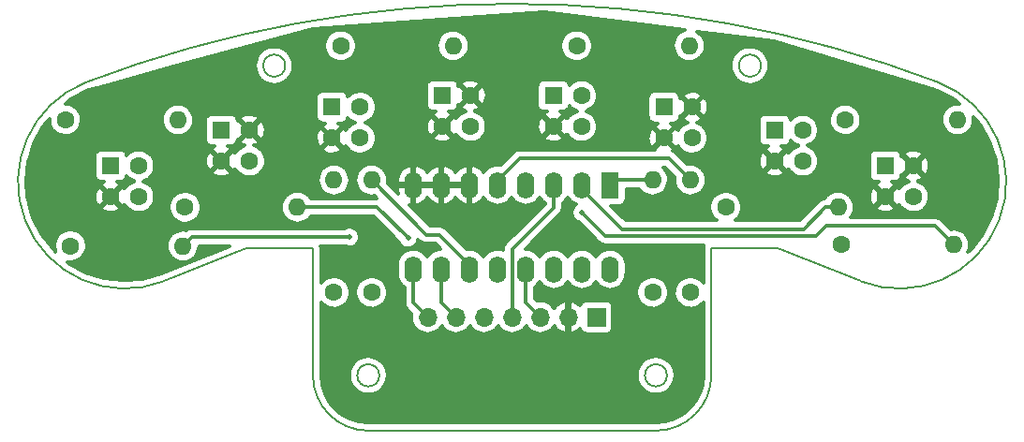
<source format=gbl>
G04 #@! TF.FileFunction,Copper,L2,Bot,Signal*
%FSLAX46Y46*%
G04 Gerber Fmt 4.6, Leading zero omitted, Abs format (unit mm)*
G04 Created by KiCad (PCBNEW 4.0.7+dfsg1-1ubuntu2) date Wed Mar  6 00:01:27 2019*
%MOMM*%
%LPD*%
G01*
G04 APERTURE LIST*
%ADD10C,0.100000*%
%ADD11C,0.150000*%
%ADD12R,1.700000X1.700000*%
%ADD13O,1.700000X1.700000*%
%ADD14C,1.600000*%
%ADD15R,1.600000X1.600000*%
%ADD16O,1.600000X1.600000*%
%ADD17R,1.600000X2.400000*%
%ADD18O,1.600000X2.400000*%
%ADD19C,0.600000*%
%ADD20C,0.500000*%
%ADD21C,0.500000*%
%ADD22C,0.304800*%
G04 APERTURE END LIST*
D10*
D11*
X26000000Y16500000D02*
X18500000Y13500000D01*
X26000000Y16500000D02*
X32000000Y16500000D01*
X74000000Y16500000D02*
X68000000Y16500000D01*
X81500000Y13500000D02*
X74000000Y16500000D01*
X68000000Y16500000D02*
X68000000Y5000000D01*
X32000000Y16500000D02*
X32000000Y5000000D01*
X88500000Y31500001D02*
G75*
G03X11500000Y31500000I-38500000J-101000001D01*
G01*
X32000000Y5000000D02*
G75*
G03X37000000Y0I5000000J0D01*
G01*
X68000000Y5000000D02*
G75*
G02X63000000Y0I-5000000J0D01*
G01*
X37000000Y0D02*
X63000000Y0D01*
X64000000Y5000000D02*
G75*
G03X64000000Y5000000I-1000000J0D01*
G01*
X38000000Y5000000D02*
G75*
G03X38000000Y5000000I-1000000J0D01*
G01*
X18500000Y13500000D02*
G75*
G02X11500000Y31500000I-3500000J9000000D01*
G01*
X81500001Y13500000D02*
G75*
G03X88500000Y31500000I3499999J9000000D01*
G01*
X72500000Y33000000D02*
G75*
G03X72500000Y33000000I-1000000J0D01*
G01*
X29500000Y33000000D02*
G75*
G03X29500000Y33000000I-1000000J0D01*
G01*
D12*
X57620000Y10250000D03*
D13*
X55080000Y10250000D03*
X52540000Y10250000D03*
X50000000Y10250000D03*
X47460000Y10250000D03*
X44920000Y10250000D03*
X42380000Y10250000D03*
D14*
X33730000Y26450000D03*
X36270000Y26450000D03*
X36270000Y29250000D03*
D15*
X33730000Y29250000D03*
D14*
X63730000Y26450000D03*
X66270000Y26450000D03*
X66270000Y29250000D03*
D15*
X63730000Y29250000D03*
D14*
X55840000Y34800000D03*
D16*
X66000000Y34800000D03*
D14*
X53730000Y27500000D03*
X56270000Y27500000D03*
X56270000Y30300000D03*
D15*
X53730000Y30300000D03*
D14*
X43700000Y27500000D03*
X46240000Y27500000D03*
X46240000Y30300000D03*
D15*
X43700000Y30300000D03*
D14*
X34500000Y34800000D03*
D16*
X44660000Y34800000D03*
D14*
X13730000Y21150000D03*
X16270000Y21150000D03*
X16270000Y23950000D03*
D15*
X13730000Y23950000D03*
D14*
X23730000Y24370000D03*
X26270000Y24370000D03*
X26270000Y27170000D03*
D15*
X23730000Y27170000D03*
D14*
X9640000Y28100000D03*
D16*
X19800000Y28100000D03*
D14*
X62700000Y12500000D03*
D16*
X62700000Y22660000D03*
D14*
X10100000Y16700000D03*
D16*
X20260000Y16700000D03*
D14*
X20440000Y20200000D03*
D16*
X30600000Y20200000D03*
D14*
X33900000Y12500000D03*
D16*
X33900000Y22660000D03*
D14*
X37300000Y12500000D03*
D16*
X37300000Y22660000D03*
D14*
X66100000Y12500000D03*
D16*
X66100000Y22660000D03*
D14*
X80100000Y28100000D03*
D16*
X90260000Y28100000D03*
D14*
X69300000Y20200000D03*
D16*
X79460000Y20200000D03*
D14*
X79740000Y16800000D03*
D16*
X89900000Y16800000D03*
D14*
X73730000Y24370000D03*
X76270000Y24370000D03*
X76270000Y27170000D03*
D15*
X73730000Y27170000D03*
D14*
X83730000Y21150000D03*
X86270000Y21150000D03*
X86270000Y23950000D03*
D15*
X83730000Y23950000D03*
D17*
X58860000Y22200000D03*
D18*
X41080000Y14580000D03*
X56320000Y22200000D03*
X43620000Y14580000D03*
X53780000Y22200000D03*
X46160000Y14580000D03*
X51240000Y22200000D03*
X48700000Y14580000D03*
X48700000Y22200000D03*
X51240000Y14580000D03*
X46160000Y22200000D03*
X53780000Y14580000D03*
X43620000Y22200000D03*
X56320000Y14580000D03*
X41080000Y22200000D03*
X58860000Y14580000D03*
D19*
X34100000Y18900000D03*
X37200000Y17700000D03*
X35800000Y15000000D03*
X37500000Y15000000D03*
X55900000Y18000000D03*
X53600000Y18000000D03*
X64400000Y20200000D03*
X63100000Y15700000D03*
X41650000Y5200000D03*
X50150000Y5100000D03*
X57750000Y5000000D03*
D20*
X35300000Y17500000D03*
X40600000Y17397590D03*
X56300000Y19700000D03*
D21*
X35800000Y15000000D02*
X35800000Y16300000D01*
X35800000Y16300000D02*
X37200000Y17700000D01*
X39100000Y13800000D02*
X37900000Y15000000D01*
X37900000Y15000000D02*
X37500000Y15000000D01*
X41650000Y5200000D02*
X39100000Y7750000D01*
X39100000Y7750000D02*
X39100000Y13800000D01*
X53600000Y18000000D02*
X55900000Y18000000D01*
X59700000Y12300000D02*
X63100000Y15700000D01*
X55100000Y12300000D02*
X59700000Y12300000D01*
X55080000Y12280000D02*
X55100000Y12300000D01*
X55080000Y10250000D02*
X55080000Y12280000D01*
X50150000Y5100000D02*
X41750000Y5100000D01*
X41750000Y5100000D02*
X41650000Y5200000D01*
X55080000Y10250000D02*
X55080000Y7670000D01*
X55080000Y7670000D02*
X57750000Y5000000D01*
D22*
X51240000Y14580000D02*
X51240000Y11550000D01*
X51240000Y11550000D02*
X52540000Y10250000D01*
X50000000Y16400000D02*
X53780000Y20180000D01*
X53780000Y20180000D02*
X53780000Y22200000D01*
X50000000Y10250000D02*
X50000000Y16400000D01*
X43620000Y14580000D02*
X43620000Y11550000D01*
X43620000Y11550000D02*
X44920000Y10250000D01*
X20260000Y16700000D02*
X21059999Y17499999D01*
X21059999Y17499999D02*
X34946447Y17500000D01*
X34946447Y17500000D02*
X35300000Y17500000D01*
X40350001Y17647589D02*
X40600000Y17397590D01*
X37797590Y20200000D02*
X40350001Y17647589D01*
X30600000Y20200000D02*
X37797590Y20200000D01*
X43440000Y17700000D02*
X42260000Y17700000D01*
X42260000Y17700000D02*
X37300000Y22660000D01*
X46160000Y14580000D02*
X46160000Y14980000D01*
X46160000Y14980000D02*
X43440000Y17700000D01*
X62700000Y22660000D02*
X59320000Y22660000D01*
X59320000Y22660000D02*
X58860000Y22200000D01*
X64160000Y24600000D02*
X50700000Y24600000D01*
X50700000Y24600000D02*
X48700000Y22600000D01*
X48700000Y22600000D02*
X48700000Y22200000D01*
X66100000Y22660000D02*
X64160000Y24600000D01*
X41080000Y14580000D02*
X41080000Y11550000D01*
X41080000Y11550000D02*
X42380000Y10250000D01*
X56320000Y21800000D02*
X56320000Y22200000D01*
X59920000Y18200000D02*
X56320000Y21800000D01*
X76328630Y18200000D02*
X59920000Y18200000D01*
X78328630Y20200000D02*
X76328630Y18200000D01*
X79460000Y20200000D02*
X78328630Y20200000D01*
X77500000Y17600000D02*
X58400000Y17600000D01*
X58400000Y17600000D02*
X56300000Y19700000D01*
X78400000Y18500000D02*
X77500000Y17600000D01*
X88200000Y18500000D02*
X78400000Y18500000D01*
X89900000Y16800000D02*
X88200000Y18500000D01*
G36*
X65645182Y36213236D02*
X65436419Y36150207D01*
X65184761Y36016398D01*
X64963886Y35836257D01*
X64782208Y35616645D01*
X64646645Y35365928D01*
X64562362Y35093654D01*
X64532570Y34810195D01*
X64558402Y34526348D01*
X64638875Y34252925D01*
X64770923Y34000339D01*
X64949518Y33778212D01*
X65167856Y33595004D01*
X65417621Y33457695D01*
X65689300Y33371513D01*
X65972544Y33339742D01*
X65992934Y33339600D01*
X66007066Y33339600D01*
X66290726Y33367413D01*
X66563581Y33449793D01*
X66815239Y33583602D01*
X67036114Y33763743D01*
X67217792Y33983355D01*
X67353355Y34234072D01*
X67437638Y34506346D01*
X67467430Y34789805D01*
X67441598Y35073652D01*
X67361125Y35347075D01*
X67229077Y35599661D01*
X67050482Y35821788D01*
X66832144Y36004996D01*
X66691573Y36082275D01*
X73672050Y35208635D01*
X88225543Y30814676D01*
X89784965Y30025229D01*
X90394338Y29548269D01*
X90287456Y29560258D01*
X90267066Y29560400D01*
X90252934Y29560400D01*
X89969274Y29532587D01*
X89696419Y29450207D01*
X89444761Y29316398D01*
X89223886Y29136257D01*
X89042208Y28916645D01*
X88906645Y28665928D01*
X88822362Y28393654D01*
X88792570Y28110195D01*
X88818402Y27826348D01*
X88898875Y27552925D01*
X89030923Y27300339D01*
X89209518Y27078212D01*
X89427856Y26895004D01*
X89677621Y26757695D01*
X89949300Y26671513D01*
X90232544Y26639742D01*
X90252934Y26639600D01*
X90267066Y26639600D01*
X90550726Y26667413D01*
X90823581Y26749793D01*
X91075239Y26883602D01*
X91296114Y27063743D01*
X91477792Y27283355D01*
X91613355Y27534072D01*
X91697638Y27806346D01*
X91727430Y28089805D01*
X91707188Y28312225D01*
X92291561Y27634014D01*
X93149897Y26119963D01*
X93697806Y24468029D01*
X93914417Y22741138D01*
X93791480Y21005062D01*
X93333679Y19325923D01*
X92558451Y17767686D01*
X91495324Y16389702D01*
X91196136Y16128248D01*
X91253355Y16234072D01*
X91337638Y16506346D01*
X91367430Y16789805D01*
X91341598Y17073652D01*
X91261125Y17347075D01*
X91129077Y17599661D01*
X90950482Y17821788D01*
X90732144Y18004996D01*
X90482379Y18142305D01*
X90210700Y18228487D01*
X89927456Y18260258D01*
X89907066Y18260400D01*
X89892934Y18260400D01*
X89616205Y18233267D01*
X88774736Y19074736D01*
X88716717Y19122394D01*
X88659205Y19170652D01*
X88655460Y19172711D01*
X88652157Y19175424D01*
X88585991Y19210902D01*
X88520196Y19247073D01*
X88516121Y19248366D01*
X88512355Y19250385D01*
X88440580Y19272329D01*
X88368991Y19295038D01*
X88364741Y19295515D01*
X88360655Y19296764D01*
X88285983Y19304349D01*
X88211348Y19312721D01*
X88202993Y19312779D01*
X88202837Y19312795D01*
X88202692Y19312781D01*
X88200000Y19312800D01*
X80619424Y19312800D01*
X80677792Y19383355D01*
X80813355Y19634072D01*
X80897638Y19906346D01*
X80924303Y20160053D01*
X82883737Y20160053D01*
X82951711Y19905924D01*
X83209373Y19777992D01*
X83487042Y19702786D01*
X83774049Y19683195D01*
X84059362Y19719973D01*
X84332018Y19811706D01*
X84508289Y19905924D01*
X84576263Y20160053D01*
X83730000Y21006316D01*
X82883737Y20160053D01*
X80924303Y20160053D01*
X80927430Y20189805D01*
X80901598Y20473652D01*
X80821125Y20747075D01*
X80689077Y20999661D01*
X80603618Y21105951D01*
X82263195Y21105951D01*
X82299973Y20820638D01*
X82391706Y20547982D01*
X82485924Y20371711D01*
X82740053Y20303737D01*
X83586316Y21150000D01*
X83873684Y21150000D01*
X84719947Y20303737D01*
X84974076Y20371711D01*
X85000196Y20424318D01*
X85119956Y20238487D01*
X85318906Y20032468D01*
X85554083Y19869017D01*
X85816528Y19754357D01*
X86096246Y19692857D01*
X86382583Y19686859D01*
X86664631Y19736592D01*
X86931647Y19840161D01*
X87173462Y19993621D01*
X87380865Y20191127D01*
X87545954Y20425157D01*
X87662443Y20686796D01*
X87725895Y20966078D01*
X87730462Y21293200D01*
X87674834Y21574144D01*
X87565696Y21838934D01*
X87407205Y22077482D01*
X87205398Y22280702D01*
X86967962Y22440854D01*
X86703942Y22551839D01*
X86697815Y22553097D01*
X86872018Y22611706D01*
X87048289Y22705924D01*
X87116263Y22960053D01*
X86270000Y23806316D01*
X85423737Y22960053D01*
X85491711Y22705924D01*
X85749373Y22577992D01*
X85842990Y22552636D01*
X85590129Y22450474D01*
X85350480Y22293652D01*
X85145856Y22093269D01*
X84999861Y21880048D01*
X84974076Y21928289D01*
X84719947Y21996263D01*
X83873684Y21150000D01*
X83586316Y21150000D01*
X82740053Y21996263D01*
X82485924Y21928289D01*
X82357992Y21670627D01*
X82282786Y21392958D01*
X82263195Y21105951D01*
X80603618Y21105951D01*
X80510482Y21221788D01*
X80292144Y21404996D01*
X80042379Y21542305D01*
X79770700Y21628487D01*
X79487456Y21660258D01*
X79467066Y21660400D01*
X79452934Y21660400D01*
X79169274Y21632587D01*
X78896419Y21550207D01*
X78644761Y21416398D01*
X78423886Y21236257D01*
X78242208Y21016645D01*
X78235286Y21003844D01*
X78179114Y20998929D01*
X78175012Y20997737D01*
X78170756Y20997320D01*
X78098852Y20975611D01*
X78026782Y20954673D01*
X78022988Y20952707D01*
X78018896Y20951471D01*
X77952577Y20916208D01*
X77885948Y20881671D01*
X77882610Y20879006D01*
X77878833Y20876998D01*
X77820631Y20829530D01*
X77761974Y20782705D01*
X77756030Y20776842D01*
X77755903Y20776739D01*
X77755806Y20776622D01*
X77753894Y20774736D01*
X75991958Y19012800D01*
X70154896Y19012800D01*
X70203462Y19043621D01*
X70410865Y19241127D01*
X70575954Y19475157D01*
X70692443Y19736796D01*
X70755895Y20016078D01*
X70760462Y20343200D01*
X70704834Y20624144D01*
X70595696Y20888934D01*
X70437205Y21127482D01*
X70235398Y21330702D01*
X69997962Y21490854D01*
X69733942Y21601839D01*
X69453392Y21659427D01*
X69167000Y21661426D01*
X68885674Y21607761D01*
X68620129Y21500474D01*
X68380480Y21343652D01*
X68175856Y21143269D01*
X68014050Y20906957D01*
X67901225Y20643718D01*
X67841679Y20363577D01*
X67837681Y20077206D01*
X67889381Y19795512D01*
X67994812Y19529224D01*
X68149956Y19288487D01*
X68348906Y19082468D01*
X68449146Y19012800D01*
X60256673Y19012800D01*
X58933068Y20336405D01*
X59660000Y20336405D01*
X59765166Y20344791D01*
X59943539Y20400030D01*
X60099461Y20502776D01*
X60220586Y20644892D01*
X60297323Y20815127D01*
X60323595Y21000000D01*
X60323595Y21847200D01*
X61482305Y21847200D01*
X61483602Y21844761D01*
X61663743Y21623886D01*
X61883355Y21442208D01*
X62134072Y21306645D01*
X62406346Y21222362D01*
X62689805Y21192570D01*
X62973652Y21218402D01*
X63247075Y21298875D01*
X63499661Y21430923D01*
X63721788Y21609518D01*
X63904996Y21827856D01*
X64042305Y22077621D01*
X64128487Y22349300D01*
X64160258Y22632544D01*
X64160400Y22652934D01*
X64160400Y22667066D01*
X64132587Y22950726D01*
X64050207Y23223581D01*
X63916398Y23475239D01*
X63736257Y23696114D01*
X63626152Y23787200D01*
X63823328Y23787200D01*
X64668317Y22942210D01*
X64639742Y22687456D01*
X64639600Y22667066D01*
X64639600Y22652934D01*
X64667413Y22369274D01*
X64749793Y22096419D01*
X64883602Y21844761D01*
X65063743Y21623886D01*
X65283355Y21442208D01*
X65534072Y21306645D01*
X65806346Y21222362D01*
X66089805Y21192570D01*
X66373652Y21218402D01*
X66647075Y21298875D01*
X66899661Y21430923D01*
X67121788Y21609518D01*
X67304996Y21827856D01*
X67442305Y22077621D01*
X67528487Y22349300D01*
X67560258Y22632544D01*
X67560400Y22652934D01*
X67560400Y22667066D01*
X67532587Y22950726D01*
X67450207Y23223581D01*
X67367010Y23380053D01*
X72883737Y23380053D01*
X72951711Y23125924D01*
X73209373Y22997992D01*
X73487042Y22922786D01*
X73774049Y22903195D01*
X74059362Y22939973D01*
X74332018Y23031706D01*
X74508289Y23125924D01*
X74576263Y23380053D01*
X73730000Y24226316D01*
X72883737Y23380053D01*
X67367010Y23380053D01*
X67316398Y23475239D01*
X67136257Y23696114D01*
X66916645Y23877792D01*
X66665928Y24013355D01*
X66393654Y24097638D01*
X66110195Y24127430D01*
X65826348Y24101598D01*
X65812075Y24097397D01*
X65583521Y24325951D01*
X72263195Y24325951D01*
X72299973Y24040638D01*
X72391706Y23767982D01*
X72485924Y23591711D01*
X72740053Y23523737D01*
X73586316Y24370000D01*
X72740053Y25216263D01*
X72485924Y25148289D01*
X72357992Y24890627D01*
X72282786Y24612958D01*
X72263195Y24325951D01*
X65583521Y24325951D01*
X64734736Y25174736D01*
X64676717Y25222394D01*
X64619205Y25270652D01*
X64615460Y25272711D01*
X64612157Y25275424D01*
X64545991Y25310902D01*
X64537602Y25315514D01*
X64576263Y25460053D01*
X63730000Y26306316D01*
X62883737Y25460053D01*
X62896376Y25412800D01*
X50700000Y25412800D01*
X50625234Y25405469D01*
X50550484Y25398929D01*
X50546382Y25397737D01*
X50542126Y25397320D01*
X50470222Y25375611D01*
X50398152Y25354673D01*
X50394358Y25352707D01*
X50390266Y25351471D01*
X50323947Y25316208D01*
X50257318Y25281671D01*
X50253980Y25279006D01*
X50250203Y25276998D01*
X50192001Y25229530D01*
X50133344Y25182705D01*
X50127400Y25176842D01*
X50127273Y25176739D01*
X50127176Y25176622D01*
X50125264Y25174736D01*
X48990440Y24039912D01*
X48710195Y24069366D01*
X48426348Y24043534D01*
X48152925Y23963061D01*
X47900339Y23831013D01*
X47678212Y23652418D01*
X47495004Y23434080D01*
X47430356Y23316486D01*
X47317832Y23495832D01*
X47120816Y23704501D01*
X46886877Y23870724D01*
X46625004Y23988114D01*
X46488253Y24023032D01*
X46261600Y23891309D01*
X46261600Y22301600D01*
X46281600Y22301600D01*
X46281600Y22098400D01*
X46261600Y22098400D01*
X46261600Y20508691D01*
X46488253Y20376968D01*
X46625004Y20411886D01*
X46886877Y20529276D01*
X47120816Y20695499D01*
X47317832Y20904168D01*
X47430198Y21083263D01*
X47483602Y20982825D01*
X47663743Y20761950D01*
X47883355Y20580272D01*
X48134072Y20444709D01*
X48406346Y20360426D01*
X48689805Y20330634D01*
X48973652Y20356466D01*
X49247075Y20436939D01*
X49499661Y20568987D01*
X49721788Y20747582D01*
X49904996Y20965920D01*
X49969858Y21083903D01*
X50023602Y20982825D01*
X50203743Y20761950D01*
X50423355Y20580272D01*
X50674072Y20444709D01*
X50946346Y20360426D01*
X51229805Y20330634D01*
X51513652Y20356466D01*
X51787075Y20436939D01*
X52039661Y20568987D01*
X52261788Y20747582D01*
X52444996Y20965920D01*
X52509858Y21083903D01*
X52563602Y20982825D01*
X52743743Y20761950D01*
X52963355Y20580272D01*
X52967200Y20578193D01*
X52967200Y20516673D01*
X49425264Y16974736D01*
X49377606Y16916717D01*
X49329348Y16859205D01*
X49327289Y16855460D01*
X49324576Y16852157D01*
X49289098Y16785991D01*
X49252927Y16720196D01*
X49251634Y16716121D01*
X49249615Y16712355D01*
X49227671Y16640580D01*
X49204962Y16568991D01*
X49204485Y16564741D01*
X49203236Y16560655D01*
X49195651Y16485983D01*
X49187279Y16411348D01*
X49187221Y16402993D01*
X49187205Y16402837D01*
X49187219Y16402692D01*
X49187200Y16400000D01*
X49187200Y16359661D01*
X48993654Y16419574D01*
X48710195Y16449366D01*
X48426348Y16423534D01*
X48152925Y16343061D01*
X47900339Y16211013D01*
X47678212Y16032418D01*
X47495004Y15814080D01*
X47430142Y15696097D01*
X47376398Y15797175D01*
X47196257Y16018050D01*
X46976645Y16199728D01*
X46725928Y16335291D01*
X46453654Y16419574D01*
X46170195Y16449366D01*
X45886348Y16423534D01*
X45870579Y16418893D01*
X44014736Y18274736D01*
X43956717Y18322394D01*
X43899205Y18370652D01*
X43895460Y18372711D01*
X43892157Y18375424D01*
X43825991Y18410902D01*
X43760196Y18447073D01*
X43756121Y18448366D01*
X43752355Y18450385D01*
X43680580Y18472329D01*
X43608991Y18495038D01*
X43604741Y18495515D01*
X43600655Y18496764D01*
X43525983Y18504349D01*
X43451348Y18512721D01*
X43442993Y18512779D01*
X43442837Y18512795D01*
X43442692Y18512781D01*
X43440000Y18512800D01*
X42596673Y18512800D01*
X40725906Y20383566D01*
X40751747Y20376968D01*
X40978400Y20508691D01*
X40978400Y22098400D01*
X41181600Y22098400D01*
X41181600Y20508691D01*
X41408253Y20376968D01*
X41545004Y20411886D01*
X41806877Y20529276D01*
X42040816Y20695499D01*
X42237832Y20904168D01*
X42350000Y21082947D01*
X42462168Y20904168D01*
X42659184Y20695499D01*
X42893123Y20529276D01*
X43154996Y20411886D01*
X43291747Y20376968D01*
X43518400Y20508691D01*
X43518400Y22098400D01*
X43721600Y22098400D01*
X43721600Y20508691D01*
X43948253Y20376968D01*
X44085004Y20411886D01*
X44346877Y20529276D01*
X44580816Y20695499D01*
X44777832Y20904168D01*
X44890000Y21082947D01*
X45002168Y20904168D01*
X45199184Y20695499D01*
X45433123Y20529276D01*
X45694996Y20411886D01*
X45831747Y20376968D01*
X46058400Y20508691D01*
X46058400Y22098400D01*
X43721600Y22098400D01*
X43518400Y22098400D01*
X41181600Y22098400D01*
X40978400Y22098400D01*
X39619600Y22098400D01*
X39619600Y21698400D01*
X39662074Y21447398D01*
X38731683Y22377790D01*
X38760258Y22632544D01*
X38760400Y22652934D01*
X38760400Y22667066D01*
X38757014Y22701600D01*
X39619600Y22701600D01*
X39619600Y22301600D01*
X40978400Y22301600D01*
X40978400Y23891309D01*
X41181600Y23891309D01*
X41181600Y22301600D01*
X43518400Y22301600D01*
X43518400Y23891309D01*
X43721600Y23891309D01*
X43721600Y22301600D01*
X46058400Y22301600D01*
X46058400Y23891309D01*
X45831747Y24023032D01*
X45694996Y23988114D01*
X45433123Y23870724D01*
X45199184Y23704501D01*
X45002168Y23495832D01*
X44890000Y23317053D01*
X44777832Y23495832D01*
X44580816Y23704501D01*
X44346877Y23870724D01*
X44085004Y23988114D01*
X43948253Y24023032D01*
X43721600Y23891309D01*
X43518400Y23891309D01*
X43291747Y24023032D01*
X43154996Y23988114D01*
X42893123Y23870724D01*
X42659184Y23704501D01*
X42462168Y23495832D01*
X42350000Y23317053D01*
X42237832Y23495832D01*
X42040816Y23704501D01*
X41806877Y23870724D01*
X41545004Y23988114D01*
X41408253Y24023032D01*
X41181600Y23891309D01*
X40978400Y23891309D01*
X40751747Y24023032D01*
X40614996Y23988114D01*
X40353123Y23870724D01*
X40119184Y23704501D01*
X39922168Y23495832D01*
X39769647Y23252737D01*
X39667482Y22984558D01*
X39619600Y22701600D01*
X38757014Y22701600D01*
X38732587Y22950726D01*
X38650207Y23223581D01*
X38516398Y23475239D01*
X38336257Y23696114D01*
X38116645Y23877792D01*
X37865928Y24013355D01*
X37593654Y24097638D01*
X37310195Y24127430D01*
X37026348Y24101598D01*
X36752925Y24021125D01*
X36500339Y23889077D01*
X36278212Y23710482D01*
X36095004Y23492144D01*
X35957695Y23242379D01*
X35871513Y22970700D01*
X35839742Y22687456D01*
X35839600Y22667066D01*
X35839600Y22652934D01*
X35867413Y22369274D01*
X35949793Y22096419D01*
X36083602Y21844761D01*
X36263743Y21623886D01*
X36483355Y21442208D01*
X36734072Y21306645D01*
X37006346Y21222362D01*
X37289805Y21192570D01*
X37573652Y21218402D01*
X37587925Y21222603D01*
X37797729Y21012799D01*
X37797590Y21012800D01*
X31818513Y21012800D01*
X31650482Y21221788D01*
X31432144Y21404996D01*
X31182379Y21542305D01*
X30910700Y21628487D01*
X30627456Y21660258D01*
X30607066Y21660400D01*
X30592934Y21660400D01*
X30309274Y21632587D01*
X30036419Y21550207D01*
X29784761Y21416398D01*
X29563886Y21236257D01*
X29382208Y21016645D01*
X29246645Y20765928D01*
X29162362Y20493654D01*
X29132570Y20210195D01*
X29158402Y19926348D01*
X29238875Y19652925D01*
X29370923Y19400339D01*
X29549518Y19178212D01*
X29767856Y18995004D01*
X30017621Y18857695D01*
X30289300Y18771513D01*
X30572544Y18739742D01*
X30592934Y18739600D01*
X30607066Y18739600D01*
X30890726Y18767413D01*
X31163581Y18849793D01*
X31415239Y18983602D01*
X31636114Y19163743D01*
X31817792Y19383355D01*
X31819871Y19387200D01*
X37460918Y19387200D01*
X39732399Y17115718D01*
X39786357Y16979435D01*
X39883073Y16829361D01*
X40007097Y16700931D01*
X40153704Y16599037D01*
X40317310Y16527559D01*
X40491683Y16489220D01*
X40670183Y16485481D01*
X40846009Y16516484D01*
X41012465Y16581048D01*
X41163210Y16676714D01*
X41292503Y16799838D01*
X41395418Y16945730D01*
X41468037Y17108833D01*
X41507591Y17282935D01*
X41507866Y17302661D01*
X41685263Y17125264D01*
X41743308Y17077586D01*
X41800795Y17029348D01*
X41804540Y17027289D01*
X41807843Y17024576D01*
X41874009Y16989098D01*
X41939804Y16952927D01*
X41943879Y16951634D01*
X41947645Y16949615D01*
X42019433Y16927667D01*
X42091009Y16904962D01*
X42095257Y16904485D01*
X42099344Y16903236D01*
X42174023Y16895650D01*
X42248652Y16887279D01*
X42257007Y16887221D01*
X42257163Y16887205D01*
X42257308Y16887219D01*
X42260000Y16887200D01*
X43103328Y16887200D01*
X43548589Y16441939D01*
X43346348Y16423534D01*
X43072925Y16343061D01*
X42820339Y16211013D01*
X42598212Y16032418D01*
X42415004Y15814080D01*
X42350142Y15696097D01*
X42296398Y15797175D01*
X42116257Y16018050D01*
X41896645Y16199728D01*
X41645928Y16335291D01*
X41373654Y16419574D01*
X41090195Y16449366D01*
X40806348Y16423534D01*
X40532925Y16343061D01*
X40280339Y16211013D01*
X40058212Y16032418D01*
X39875004Y15814080D01*
X39737695Y15564315D01*
X39651513Y15292636D01*
X39619742Y15009392D01*
X39619600Y14989002D01*
X39619600Y14170998D01*
X39647413Y13887338D01*
X39729793Y13614483D01*
X39863602Y13362825D01*
X40043743Y13141950D01*
X40263355Y12960272D01*
X40267200Y12958193D01*
X40267200Y11550000D01*
X40274526Y11475284D01*
X40281070Y11400484D01*
X40282263Y11396377D01*
X40282680Y11392126D01*
X40304376Y11320264D01*
X40325327Y11248152D01*
X40327293Y11244358D01*
X40328529Y11240266D01*
X40363792Y11173947D01*
X40398329Y11107318D01*
X40400994Y11103980D01*
X40403002Y11100203D01*
X40450470Y11042001D01*
X40497295Y10983344D01*
X40503158Y10977400D01*
X40503261Y10977273D01*
X40503378Y10977176D01*
X40505264Y10975264D01*
X40904192Y10576336D01*
X40902606Y10571338D01*
X40869747Y10278396D01*
X40869600Y10257308D01*
X40869600Y10242692D01*
X40898365Y9949320D01*
X40983566Y9667123D01*
X41121956Y9406849D01*
X41308264Y9178412D01*
X41535395Y8990514D01*
X41794696Y8850310D01*
X42076292Y8763142D01*
X42369456Y8732329D01*
X42663021Y8759045D01*
X42945806Y8842274D01*
X43207039Y8978843D01*
X43436772Y9163552D01*
X43626251Y9389366D01*
X43649127Y9430977D01*
X43661956Y9406849D01*
X43848264Y9178412D01*
X44075395Y8990514D01*
X44334696Y8850310D01*
X44616292Y8763142D01*
X44909456Y8732329D01*
X45203021Y8759045D01*
X45485806Y8842274D01*
X45747039Y8978843D01*
X45976772Y9163552D01*
X46166251Y9389366D01*
X46189127Y9430977D01*
X46201956Y9406849D01*
X46388264Y9178412D01*
X46615395Y8990514D01*
X46874696Y8850310D01*
X47156292Y8763142D01*
X47449456Y8732329D01*
X47743021Y8759045D01*
X48025806Y8842274D01*
X48287039Y8978843D01*
X48516772Y9163552D01*
X48706251Y9389366D01*
X48729127Y9430977D01*
X48741956Y9406849D01*
X48928264Y9178412D01*
X49155395Y8990514D01*
X49414696Y8850310D01*
X49696292Y8763142D01*
X49989456Y8732329D01*
X50283021Y8759045D01*
X50565806Y8842274D01*
X50827039Y8978843D01*
X51056772Y9163552D01*
X51246251Y9389366D01*
X51269127Y9430977D01*
X51281956Y9406849D01*
X51468264Y9178412D01*
X51695395Y8990514D01*
X51954696Y8850310D01*
X52236292Y8763142D01*
X52529456Y8732329D01*
X52823021Y8759045D01*
X53105806Y8842274D01*
X53367039Y8978843D01*
X53596772Y9163552D01*
X53786251Y9389366D01*
X53812870Y9437786D01*
X53848172Y9375975D01*
X54042355Y9152451D01*
X54276414Y8971106D01*
X54541355Y8838908D01*
X54743907Y8777468D01*
X54978400Y8908542D01*
X54978400Y10148400D01*
X54958400Y10148400D01*
X54958400Y10351600D01*
X54978400Y10351600D01*
X54978400Y11591458D01*
X55181600Y11591458D01*
X55181600Y10351600D01*
X55201600Y10351600D01*
X55201600Y10148400D01*
X55181600Y10148400D01*
X55181600Y8908542D01*
X55416093Y8777468D01*
X55618645Y8838908D01*
X55883586Y8971106D01*
X56117645Y9152451D01*
X56148047Y9187447D01*
X56170030Y9116461D01*
X56272776Y8960539D01*
X56414892Y8839414D01*
X56585127Y8762677D01*
X56770000Y8736405D01*
X58470000Y8736405D01*
X58575166Y8744791D01*
X58753539Y8800030D01*
X58909461Y8902776D01*
X59030586Y9044892D01*
X59107323Y9215127D01*
X59133595Y9400000D01*
X59133595Y11100000D01*
X59125209Y11205166D01*
X59069970Y11383539D01*
X58967224Y11539461D01*
X58825108Y11660586D01*
X58654873Y11737323D01*
X58470000Y11763595D01*
X56770000Y11763595D01*
X56664834Y11755209D01*
X56486461Y11699970D01*
X56330539Y11597224D01*
X56209414Y11455108D01*
X56146143Y11314745D01*
X56117645Y11347549D01*
X55883586Y11528894D01*
X55618645Y11661092D01*
X55416093Y11722532D01*
X55181600Y11591458D01*
X54978400Y11591458D01*
X54743907Y11722532D01*
X54541355Y11661092D01*
X54276414Y11528894D01*
X54042355Y11347549D01*
X53848172Y11124025D01*
X53813711Y11063686D01*
X53798044Y11093151D01*
X53611736Y11321588D01*
X53384605Y11509486D01*
X53125304Y11649690D01*
X52843708Y11736858D01*
X52550544Y11767671D01*
X52256979Y11740955D01*
X52211811Y11727661D01*
X52052800Y11886672D01*
X52052800Y12377206D01*
X61237681Y12377206D01*
X61289381Y12095512D01*
X61394812Y11829224D01*
X61549956Y11588487D01*
X61748906Y11382468D01*
X61984083Y11219017D01*
X62246528Y11104357D01*
X62526246Y11042857D01*
X62812583Y11036859D01*
X63094631Y11086592D01*
X63361647Y11190161D01*
X63603462Y11343621D01*
X63810865Y11541127D01*
X63975954Y11775157D01*
X64092443Y12036796D01*
X64155895Y12316078D01*
X64160462Y12643200D01*
X64104834Y12924144D01*
X63995696Y13188934D01*
X63837205Y13427482D01*
X63635398Y13630702D01*
X63397962Y13790854D01*
X63133942Y13901839D01*
X62853392Y13959427D01*
X62567000Y13961426D01*
X62285674Y13907761D01*
X62020129Y13800474D01*
X61780480Y13643652D01*
X61575856Y13443269D01*
X61414050Y13206957D01*
X61301225Y12943718D01*
X61241679Y12663577D01*
X61237681Y12377206D01*
X52052800Y12377206D01*
X52052800Y12959551D01*
X52261788Y13127582D01*
X52444996Y13345920D01*
X52509858Y13463903D01*
X52563602Y13362825D01*
X52743743Y13141950D01*
X52963355Y12960272D01*
X53214072Y12824709D01*
X53486346Y12740426D01*
X53769805Y12710634D01*
X54053652Y12736466D01*
X54327075Y12816939D01*
X54579661Y12948987D01*
X54801788Y13127582D01*
X54984996Y13345920D01*
X55049858Y13463903D01*
X55103602Y13362825D01*
X55283743Y13141950D01*
X55503355Y12960272D01*
X55754072Y12824709D01*
X56026346Y12740426D01*
X56309805Y12710634D01*
X56593652Y12736466D01*
X56867075Y12816939D01*
X57119661Y12948987D01*
X57341788Y13127582D01*
X57524996Y13345920D01*
X57589858Y13463903D01*
X57643602Y13362825D01*
X57823743Y13141950D01*
X58043355Y12960272D01*
X58294072Y12824709D01*
X58566346Y12740426D01*
X58849805Y12710634D01*
X59133652Y12736466D01*
X59407075Y12816939D01*
X59659661Y12948987D01*
X59881788Y13127582D01*
X60064996Y13345920D01*
X60202305Y13595685D01*
X60288487Y13867364D01*
X60320258Y14150608D01*
X60320400Y14170998D01*
X60320400Y14989002D01*
X60292587Y15272662D01*
X60210207Y15545517D01*
X60076398Y15797175D01*
X59896257Y16018050D01*
X59676645Y16199728D01*
X59425928Y16335291D01*
X59153654Y16419574D01*
X58870195Y16449366D01*
X58586348Y16423534D01*
X58312925Y16343061D01*
X58060339Y16211013D01*
X57838212Y16032418D01*
X57655004Y15814080D01*
X57590142Y15696097D01*
X57536398Y15797175D01*
X57356257Y16018050D01*
X57136645Y16199728D01*
X56885928Y16335291D01*
X56613654Y16419574D01*
X56330195Y16449366D01*
X56046348Y16423534D01*
X55772925Y16343061D01*
X55520339Y16211013D01*
X55298212Y16032418D01*
X55115004Y15814080D01*
X55050142Y15696097D01*
X54996398Y15797175D01*
X54816257Y16018050D01*
X54596645Y16199728D01*
X54345928Y16335291D01*
X54073654Y16419574D01*
X53790195Y16449366D01*
X53506348Y16423534D01*
X53232925Y16343061D01*
X52980339Y16211013D01*
X52758212Y16032418D01*
X52575004Y15814080D01*
X52510142Y15696097D01*
X52456398Y15797175D01*
X52276257Y16018050D01*
X52056645Y16199728D01*
X51805928Y16335291D01*
X51533654Y16419574D01*
X51250195Y16449366D01*
X51193696Y16444224D01*
X54354736Y19605263D01*
X54402414Y19663308D01*
X54450652Y19720795D01*
X54452711Y19724540D01*
X54455424Y19727843D01*
X54490902Y19794009D01*
X54527073Y19859804D01*
X54528366Y19863879D01*
X54530385Y19867645D01*
X54552333Y19939433D01*
X54575038Y20011009D01*
X54575515Y20015257D01*
X54576764Y20019344D01*
X54584350Y20094023D01*
X54592721Y20168652D01*
X54592779Y20177007D01*
X54592795Y20177163D01*
X54592781Y20177308D01*
X54592800Y20180000D01*
X54592800Y20579551D01*
X54801788Y20747582D01*
X54984996Y20965920D01*
X55049858Y21083903D01*
X55103602Y20982825D01*
X55283743Y20761950D01*
X55503355Y20580272D01*
X55754072Y20444709D01*
X55768500Y20440243D01*
X55726780Y20412942D01*
X55599219Y20288025D01*
X55498350Y20140711D01*
X55428016Y19976609D01*
X55390896Y19801972D01*
X55388403Y19623451D01*
X55420633Y19447846D01*
X55486357Y19281845D01*
X55583073Y19131771D01*
X55707097Y19003341D01*
X55853704Y18901447D01*
X56017310Y18829969D01*
X56021474Y18829053D01*
X57825263Y17025264D01*
X57883308Y16977586D01*
X57940795Y16929348D01*
X57944540Y16927289D01*
X57947843Y16924576D01*
X58014027Y16889088D01*
X58079804Y16852927D01*
X58083876Y16851635D01*
X58087644Y16849615D01*
X58159447Y16827663D01*
X58231009Y16804962D01*
X58235257Y16804485D01*
X58239344Y16803236D01*
X58314023Y16795650D01*
X58388652Y16787279D01*
X58397007Y16787221D01*
X58397163Y16787205D01*
X58397308Y16787219D01*
X58400000Y16787200D01*
X67323263Y16787200D01*
X67322062Y16784979D01*
X67301593Y16718854D01*
X67280670Y16652898D01*
X67280383Y16650337D01*
X67279620Y16647873D01*
X67272383Y16579015D01*
X67264672Y16510268D01*
X67264637Y16505318D01*
X67264618Y16505134D01*
X67264635Y16504950D01*
X67264600Y16500000D01*
X67264600Y13386249D01*
X67237205Y13427482D01*
X67035398Y13630702D01*
X66797962Y13790854D01*
X66533942Y13901839D01*
X66253392Y13959427D01*
X65967000Y13961426D01*
X65685674Y13907761D01*
X65420129Y13800474D01*
X65180480Y13643652D01*
X64975856Y13443269D01*
X64814050Y13206957D01*
X64701225Y12943718D01*
X64641679Y12663577D01*
X64637681Y12377206D01*
X64689381Y12095512D01*
X64794812Y11829224D01*
X64949956Y11588487D01*
X65148906Y11382468D01*
X65384083Y11219017D01*
X65646528Y11104357D01*
X65926246Y11042857D01*
X66212583Y11036859D01*
X66494631Y11086592D01*
X66761647Y11190161D01*
X67003462Y11343621D01*
X67210865Y11541127D01*
X67264600Y11617302D01*
X67264600Y5035964D01*
X67179923Y4172356D01*
X66939558Y3376231D01*
X66549139Y2641959D01*
X66023534Y1997502D01*
X65382761Y1467409D01*
X64651231Y1071873D01*
X63856806Y825958D01*
X62995209Y735400D01*
X37035964Y735400D01*
X36172356Y820077D01*
X35376231Y1060442D01*
X34641959Y1450861D01*
X33997502Y1976466D01*
X33467409Y2617239D01*
X33071873Y3348769D01*
X32825958Y4143194D01*
X32738451Y4975770D01*
X35264769Y4975770D01*
X35302523Y4639190D01*
X35404933Y4316353D01*
X35568098Y4019556D01*
X35785804Y3760104D01*
X36049759Y3547879D01*
X36349908Y3390965D01*
X36674818Y3295339D01*
X37012115Y3264642D01*
X37348951Y3300045D01*
X37672495Y3400199D01*
X37970423Y3561288D01*
X38231389Y3777178D01*
X38445452Y4039644D01*
X38604457Y4338690D01*
X38702350Y4662926D01*
X38733024Y4975770D01*
X61264769Y4975770D01*
X61302523Y4639190D01*
X61404933Y4316353D01*
X61568098Y4019556D01*
X61785804Y3760104D01*
X62049759Y3547879D01*
X62349908Y3390965D01*
X62674818Y3295339D01*
X63012115Y3264642D01*
X63348951Y3300045D01*
X63672495Y3400199D01*
X63970423Y3561288D01*
X64231389Y3777178D01*
X64445452Y4039644D01*
X64604457Y4338690D01*
X64702350Y4662926D01*
X64735400Y5000000D01*
X64734723Y5048455D01*
X64692274Y5384475D01*
X64585367Y5705851D01*
X64418073Y6000341D01*
X64196766Y6256728D01*
X63929874Y6465247D01*
X63627563Y6617955D01*
X63301349Y6709035D01*
X62963657Y6735019D01*
X62627348Y6694917D01*
X62305234Y6590256D01*
X62009584Y6425022D01*
X61751658Y6205510D01*
X61541281Y5940080D01*
X61386466Y5638843D01*
X61293110Y5313273D01*
X61264769Y4975770D01*
X38733024Y4975770D01*
X38735400Y5000000D01*
X38734723Y5048455D01*
X38692274Y5384475D01*
X38585367Y5705851D01*
X38418073Y6000341D01*
X38196766Y6256728D01*
X37929874Y6465247D01*
X37627563Y6617955D01*
X37301349Y6709035D01*
X36963657Y6735019D01*
X36627348Y6694917D01*
X36305234Y6590256D01*
X36009584Y6425022D01*
X35751658Y6205510D01*
X35541281Y5940080D01*
X35386466Y5638843D01*
X35293110Y5313273D01*
X35264769Y4975770D01*
X32738451Y4975770D01*
X32735400Y5004791D01*
X32735400Y11611074D01*
X32749956Y11588487D01*
X32948906Y11382468D01*
X33184083Y11219017D01*
X33446528Y11104357D01*
X33726246Y11042857D01*
X34012583Y11036859D01*
X34294631Y11086592D01*
X34561647Y11190161D01*
X34803462Y11343621D01*
X35010865Y11541127D01*
X35175954Y11775157D01*
X35292443Y12036796D01*
X35355895Y12316078D01*
X35356748Y12377206D01*
X35837681Y12377206D01*
X35889381Y12095512D01*
X35994812Y11829224D01*
X36149956Y11588487D01*
X36348906Y11382468D01*
X36584083Y11219017D01*
X36846528Y11104357D01*
X37126246Y11042857D01*
X37412583Y11036859D01*
X37694631Y11086592D01*
X37961647Y11190161D01*
X38203462Y11343621D01*
X38410865Y11541127D01*
X38575954Y11775157D01*
X38692443Y12036796D01*
X38755895Y12316078D01*
X38760462Y12643200D01*
X38704834Y12924144D01*
X38595696Y13188934D01*
X38437205Y13427482D01*
X38235398Y13630702D01*
X37997962Y13790854D01*
X37733942Y13901839D01*
X37453392Y13959427D01*
X37167000Y13961426D01*
X36885674Y13907761D01*
X36620129Y13800474D01*
X36380480Y13643652D01*
X36175856Y13443269D01*
X36014050Y13206957D01*
X35901225Y12943718D01*
X35841679Y12663577D01*
X35837681Y12377206D01*
X35356748Y12377206D01*
X35360462Y12643200D01*
X35304834Y12924144D01*
X35195696Y13188934D01*
X35037205Y13427482D01*
X34835398Y13630702D01*
X34597962Y13790854D01*
X34333942Y13901839D01*
X34053392Y13959427D01*
X33767000Y13961426D01*
X33485674Y13907761D01*
X33220129Y13800474D01*
X32980480Y13643652D01*
X32775856Y13443269D01*
X32735400Y13384184D01*
X32735400Y16500000D01*
X32728648Y16568859D01*
X32722374Y16637800D01*
X32721645Y16640275D01*
X32721394Y16642840D01*
X32708001Y16687200D01*
X34886314Y16687200D01*
X35017310Y16629969D01*
X35191683Y16591630D01*
X35370183Y16587891D01*
X35546009Y16618894D01*
X35712465Y16683458D01*
X35863210Y16779124D01*
X35992503Y16902248D01*
X36095418Y17048140D01*
X36168037Y17211243D01*
X36207591Y17385345D01*
X36210439Y17589269D01*
X36175761Y17764408D01*
X36107725Y17929475D01*
X36008923Y18078184D01*
X35883119Y18204869D01*
X35735103Y18304707D01*
X35570515Y18373893D01*
X35395623Y18409794D01*
X35217089Y18411040D01*
X35041713Y18377585D01*
X34881364Y18312800D01*
X21059999Y18312799D01*
X20985233Y18305468D01*
X20910483Y18298928D01*
X20906381Y18297736D01*
X20902125Y18297319D01*
X20830221Y18275610D01*
X20758151Y18254672D01*
X20754357Y18252706D01*
X20750265Y18251470D01*
X20683946Y18216207D01*
X20617317Y18181670D01*
X20613979Y18179005D01*
X20610202Y18176997D01*
X20553138Y18130457D01*
X20287456Y18160258D01*
X20267066Y18160400D01*
X20252934Y18160400D01*
X19969274Y18132587D01*
X19696419Y18050207D01*
X19444761Y17916398D01*
X19223886Y17736257D01*
X19042208Y17516645D01*
X18906645Y17265928D01*
X18822362Y16993654D01*
X18792570Y16710195D01*
X18818402Y16426348D01*
X18898875Y16152925D01*
X19030923Y15900339D01*
X19209518Y15678212D01*
X19427856Y15495004D01*
X19677621Y15357695D01*
X19949300Y15271513D01*
X20232544Y15239742D01*
X20252934Y15239600D01*
X20267066Y15239600D01*
X20550726Y15267413D01*
X20823581Y15349793D01*
X21075239Y15483602D01*
X21296114Y15663743D01*
X21477792Y15883355D01*
X21613355Y16134072D01*
X21697638Y16406346D01*
X21727156Y16687199D01*
X24487872Y16687199D01*
X18263561Y14197475D01*
X16556282Y13719171D01*
X14821098Y13584117D01*
X13092738Y13788666D01*
X11437021Y14325029D01*
X9917015Y15172774D01*
X9802493Y15270066D01*
X9926246Y15242857D01*
X10212583Y15236859D01*
X10494631Y15286592D01*
X10761647Y15390161D01*
X11003462Y15543621D01*
X11210865Y15741127D01*
X11375954Y15975157D01*
X11492443Y16236796D01*
X11555895Y16516078D01*
X11560462Y16843200D01*
X11504834Y17124144D01*
X11395696Y17388934D01*
X11237205Y17627482D01*
X11035398Y17830702D01*
X10797962Y17990854D01*
X10533942Y18101839D01*
X10253392Y18159427D01*
X9967000Y18161426D01*
X9685674Y18107761D01*
X9420129Y18000474D01*
X9180480Y17843652D01*
X8975856Y17643269D01*
X8814050Y17406957D01*
X8701225Y17143718D01*
X8641679Y16863577D01*
X8637681Y16577206D01*
X8689381Y16295512D01*
X8736992Y16175261D01*
X8590621Y16299610D01*
X7508358Y17662615D01*
X6711451Y19209874D01*
X6438085Y20160053D01*
X12883737Y20160053D01*
X12951711Y19905924D01*
X13209373Y19777992D01*
X13487042Y19702786D01*
X13774049Y19683195D01*
X14059362Y19719973D01*
X14332018Y19811706D01*
X14508289Y19905924D01*
X14576263Y20160053D01*
X13730000Y21006316D01*
X12883737Y20160053D01*
X6438085Y20160053D01*
X6230249Y20882459D01*
X6211284Y21105951D01*
X12263195Y21105951D01*
X12299973Y20820638D01*
X12391706Y20547982D01*
X12485924Y20371711D01*
X12740053Y20303737D01*
X13586316Y21150000D01*
X12740053Y21996263D01*
X12485924Y21928289D01*
X12357992Y21670627D01*
X12282786Y21392958D01*
X12263195Y21105951D01*
X6211284Y21105951D01*
X6083085Y22616648D01*
X6275565Y24346401D01*
X6403202Y24750000D01*
X12266405Y24750000D01*
X12266405Y23150000D01*
X12274791Y23044834D01*
X12330030Y22866461D01*
X12432776Y22710539D01*
X12574892Y22589414D01*
X12745127Y22512677D01*
X12930000Y22486405D01*
X13124448Y22486405D01*
X12951711Y22394076D01*
X12883737Y22139947D01*
X13730000Y21293684D01*
X14576263Y22139947D01*
X14508289Y22394076D01*
X14322333Y22486405D01*
X14530000Y22486405D01*
X14635166Y22494791D01*
X14813539Y22550030D01*
X14969461Y22652776D01*
X15090586Y22794892D01*
X15167323Y22965127D01*
X15170334Y22986318D01*
X15318906Y22832468D01*
X15554083Y22669017D01*
X15816528Y22554357D01*
X15836423Y22549983D01*
X15590129Y22450474D01*
X15350480Y22293652D01*
X15145856Y22093269D01*
X14999861Y21880048D01*
X14974076Y21928289D01*
X14719947Y21996263D01*
X13873684Y21150000D01*
X14719947Y20303737D01*
X14974076Y20371711D01*
X15000196Y20424318D01*
X15119956Y20238487D01*
X15318906Y20032468D01*
X15554083Y19869017D01*
X15816528Y19754357D01*
X16096246Y19692857D01*
X16382583Y19686859D01*
X16664631Y19736592D01*
X16931647Y19840161D01*
X17173462Y19993621D01*
X17261235Y20077206D01*
X18977681Y20077206D01*
X19029381Y19795512D01*
X19134812Y19529224D01*
X19289956Y19288487D01*
X19488906Y19082468D01*
X19724083Y18919017D01*
X19986528Y18804357D01*
X20266246Y18742857D01*
X20552583Y18736859D01*
X20834631Y18786592D01*
X21101647Y18890161D01*
X21343462Y19043621D01*
X21550865Y19241127D01*
X21715954Y19475157D01*
X21832443Y19736796D01*
X21895895Y20016078D01*
X21900462Y20343200D01*
X21844834Y20624144D01*
X21735696Y20888934D01*
X21577205Y21127482D01*
X21375398Y21330702D01*
X21137962Y21490854D01*
X20873942Y21601839D01*
X20593392Y21659427D01*
X20307000Y21661426D01*
X20025674Y21607761D01*
X19760129Y21500474D01*
X19520480Y21343652D01*
X19315856Y21143269D01*
X19154050Y20906957D01*
X19041225Y20643718D01*
X18981679Y20363577D01*
X18977681Y20077206D01*
X17261235Y20077206D01*
X17380865Y20191127D01*
X17545954Y20425157D01*
X17662443Y20686796D01*
X17725895Y20966078D01*
X17730462Y21293200D01*
X17674834Y21574144D01*
X17565696Y21838934D01*
X17407205Y22077482D01*
X17205398Y22280702D01*
X16967962Y22440854D01*
X16703942Y22551839D01*
X16703941Y22551839D01*
X16931647Y22640161D01*
X16974042Y22667066D01*
X32439600Y22667066D01*
X32439600Y22652934D01*
X32467413Y22369274D01*
X32549793Y22096419D01*
X32683602Y21844761D01*
X32863743Y21623886D01*
X33083355Y21442208D01*
X33334072Y21306645D01*
X33606346Y21222362D01*
X33889805Y21192570D01*
X34173652Y21218402D01*
X34447075Y21298875D01*
X34699661Y21430923D01*
X34921788Y21609518D01*
X35104996Y21827856D01*
X35242305Y22077621D01*
X35328487Y22349300D01*
X35360258Y22632544D01*
X35360400Y22652934D01*
X35360400Y22667066D01*
X35332587Y22950726D01*
X35250207Y23223581D01*
X35116398Y23475239D01*
X34936257Y23696114D01*
X34716645Y23877792D01*
X34465928Y24013355D01*
X34193654Y24097638D01*
X33910195Y24127430D01*
X33626348Y24101598D01*
X33352925Y24021125D01*
X33100339Y23889077D01*
X32878212Y23710482D01*
X32695004Y23492144D01*
X32557695Y23242379D01*
X32471513Y22970700D01*
X32439742Y22687456D01*
X32439600Y22667066D01*
X16974042Y22667066D01*
X17173462Y22793621D01*
X17380865Y22991127D01*
X17545954Y23225157D01*
X17614918Y23380053D01*
X22883737Y23380053D01*
X22951711Y23125924D01*
X23209373Y22997992D01*
X23487042Y22922786D01*
X23774049Y22903195D01*
X24059362Y22939973D01*
X24332018Y23031706D01*
X24508289Y23125924D01*
X24576263Y23380053D01*
X23730000Y24226316D01*
X22883737Y23380053D01*
X17614918Y23380053D01*
X17662443Y23486796D01*
X17725895Y23766078D01*
X17730462Y24093200D01*
X17684377Y24325951D01*
X22263195Y24325951D01*
X22299973Y24040638D01*
X22391706Y23767982D01*
X22485924Y23591711D01*
X22740053Y23523737D01*
X23586316Y24370000D01*
X23873684Y24370000D01*
X24719947Y23523737D01*
X24974076Y23591711D01*
X25000196Y23644318D01*
X25119956Y23458487D01*
X25318906Y23252468D01*
X25554083Y23089017D01*
X25816528Y22974357D01*
X26096246Y22912857D01*
X26382583Y22906859D01*
X26664631Y22956592D01*
X26931647Y23060161D01*
X27173462Y23213621D01*
X27380865Y23411127D01*
X27545954Y23645157D01*
X27662443Y23906796D01*
X27725895Y24186078D01*
X27730462Y24513200D01*
X27674834Y24794144D01*
X27565696Y25058934D01*
X27407205Y25297482D01*
X27245765Y25460053D01*
X32883737Y25460053D01*
X32951711Y25205924D01*
X33209373Y25077992D01*
X33487042Y25002786D01*
X33774049Y24983195D01*
X34059362Y25019973D01*
X34332018Y25111706D01*
X34508289Y25205924D01*
X34576263Y25460053D01*
X33730000Y26306316D01*
X32883737Y25460053D01*
X27245765Y25460053D01*
X27205398Y25500702D01*
X26967962Y25660854D01*
X26703942Y25771839D01*
X26697815Y25773097D01*
X26872018Y25831706D01*
X27048289Y25925924D01*
X27116263Y26180053D01*
X26270000Y27026316D01*
X25423737Y26180053D01*
X25491711Y25925924D01*
X25749373Y25797992D01*
X25842990Y25772636D01*
X25590129Y25670474D01*
X25350480Y25513652D01*
X25145856Y25313269D01*
X24999861Y25100048D01*
X24974076Y25148289D01*
X24719947Y25216263D01*
X23873684Y24370000D01*
X23586316Y24370000D01*
X22740053Y25216263D01*
X22485924Y25148289D01*
X22357992Y24890627D01*
X22282786Y24612958D01*
X22263195Y24325951D01*
X17684377Y24325951D01*
X17674834Y24374144D01*
X17565696Y24638934D01*
X17407205Y24877482D01*
X17205398Y25080702D01*
X16967962Y25240854D01*
X16703942Y25351839D01*
X16423392Y25409427D01*
X16137000Y25411426D01*
X15855674Y25357761D01*
X15590129Y25250474D01*
X15350480Y25093652D01*
X15166998Y24913972D01*
X15129970Y25033539D01*
X15027224Y25189461D01*
X14885108Y25310586D01*
X14714873Y25387323D01*
X14530000Y25413595D01*
X12930000Y25413595D01*
X12824834Y25405209D01*
X12646461Y25349970D01*
X12490539Y25247224D01*
X12369414Y25105108D01*
X12292677Y24934873D01*
X12266405Y24750000D01*
X6403202Y24750000D01*
X6800353Y26005819D01*
X7637465Y27531704D01*
X8180513Y28180043D01*
X8177681Y27977206D01*
X8229381Y27695512D01*
X8334812Y27429224D01*
X8489956Y27188487D01*
X8688906Y26982468D01*
X8924083Y26819017D01*
X9186528Y26704357D01*
X9466246Y26642857D01*
X9752583Y26636859D01*
X10034631Y26686592D01*
X10301647Y26790161D01*
X10543462Y26943621D01*
X10750865Y27141127D01*
X10915954Y27375157D01*
X11032443Y27636796D01*
X11095895Y27916078D01*
X11098605Y28110195D01*
X18332570Y28110195D01*
X18358402Y27826348D01*
X18438875Y27552925D01*
X18570923Y27300339D01*
X18749518Y27078212D01*
X18967856Y26895004D01*
X19217621Y26757695D01*
X19489300Y26671513D01*
X19772544Y26639742D01*
X19792934Y26639600D01*
X19807066Y26639600D01*
X20090726Y26667413D01*
X20363581Y26749793D01*
X20615239Y26883602D01*
X20836114Y27063743D01*
X21017792Y27283355D01*
X21153355Y27534072D01*
X21237638Y27806346D01*
X21254838Y27970000D01*
X22266405Y27970000D01*
X22266405Y26370000D01*
X22274791Y26264834D01*
X22330030Y26086461D01*
X22432776Y25930539D01*
X22574892Y25809414D01*
X22745127Y25732677D01*
X22930000Y25706405D01*
X23124448Y25706405D01*
X22951711Y25614076D01*
X22883737Y25359947D01*
X23730000Y24513684D01*
X24576263Y25359947D01*
X24508289Y25614076D01*
X24322333Y25706405D01*
X24530000Y25706405D01*
X24635166Y25714791D01*
X24813539Y25770030D01*
X24969461Y25872776D01*
X25090586Y26014892D01*
X25167323Y26185127D01*
X25190427Y26347710D01*
X25280053Y26323737D01*
X26126316Y27170000D01*
X26413684Y27170000D01*
X27259947Y26323737D01*
X27514076Y26391711D01*
X27521146Y26405951D01*
X32263195Y26405951D01*
X32299973Y26120638D01*
X32391706Y25847982D01*
X32485924Y25671711D01*
X32740053Y25603737D01*
X33586316Y26450000D01*
X32740053Y27296263D01*
X32485924Y27228289D01*
X32357992Y26970627D01*
X32282786Y26692958D01*
X32263195Y26405951D01*
X27521146Y26405951D01*
X27642008Y26649373D01*
X27717214Y26927042D01*
X27736805Y27214049D01*
X27700027Y27499362D01*
X27608294Y27772018D01*
X27514076Y27948289D01*
X27259947Y28016263D01*
X26413684Y27170000D01*
X26126316Y27170000D01*
X25280053Y28016263D01*
X25191789Y27992654D01*
X25185209Y28075166D01*
X25158954Y28159947D01*
X25423737Y28159947D01*
X26270000Y27313684D01*
X27116263Y28159947D01*
X27048289Y28414076D01*
X26790627Y28542008D01*
X26512958Y28617214D01*
X26225951Y28636805D01*
X25940638Y28600027D01*
X25667982Y28508294D01*
X25491711Y28414076D01*
X25423737Y28159947D01*
X25158954Y28159947D01*
X25129970Y28253539D01*
X25027224Y28409461D01*
X24885108Y28530586D01*
X24714873Y28607323D01*
X24530000Y28633595D01*
X22930000Y28633595D01*
X22824834Y28625209D01*
X22646461Y28569970D01*
X22490539Y28467224D01*
X22369414Y28325108D01*
X22292677Y28154873D01*
X22266405Y27970000D01*
X21254838Y27970000D01*
X21267430Y28089805D01*
X21241598Y28373652D01*
X21161125Y28647075D01*
X21029077Y28899661D01*
X20850482Y29121788D01*
X20632144Y29304996D01*
X20382379Y29442305D01*
X20110700Y29528487D01*
X19827456Y29560258D01*
X19807066Y29560400D01*
X19792934Y29560400D01*
X19509274Y29532587D01*
X19236419Y29450207D01*
X18984761Y29316398D01*
X18763886Y29136257D01*
X18582208Y28916645D01*
X18446645Y28665928D01*
X18362362Y28393654D01*
X18332570Y28110195D01*
X11098605Y28110195D01*
X11100462Y28243200D01*
X11044834Y28524144D01*
X10935696Y28788934D01*
X10777205Y29027482D01*
X10575398Y29230702D01*
X10337962Y29390854D01*
X10073942Y29501839D01*
X9793392Y29559427D01*
X9617515Y29560655D01*
X10110433Y29957687D01*
X10286632Y30050000D01*
X32266405Y30050000D01*
X32266405Y28450000D01*
X32274791Y28344834D01*
X32330030Y28166461D01*
X32432776Y28010539D01*
X32574892Y27889414D01*
X32745127Y27812677D01*
X32930000Y27786405D01*
X33124448Y27786405D01*
X32951711Y27694076D01*
X32883737Y27439947D01*
X33730000Y26593684D01*
X34576263Y27439947D01*
X34508289Y27694076D01*
X34322333Y27786405D01*
X34530000Y27786405D01*
X34635166Y27794791D01*
X34813539Y27850030D01*
X34969461Y27952776D01*
X35090586Y28094892D01*
X35167323Y28265127D01*
X35170334Y28286318D01*
X35318906Y28132468D01*
X35554083Y27969017D01*
X35816528Y27854357D01*
X35836423Y27849983D01*
X35590129Y27750474D01*
X35350480Y27593652D01*
X35145856Y27393269D01*
X34999861Y27180048D01*
X34974076Y27228289D01*
X34719947Y27296263D01*
X33873684Y26450000D01*
X34719947Y25603737D01*
X34974076Y25671711D01*
X35000196Y25724318D01*
X35119956Y25538487D01*
X35318906Y25332468D01*
X35554083Y25169017D01*
X35816528Y25054357D01*
X36096246Y24992857D01*
X36382583Y24986859D01*
X36664631Y25036592D01*
X36931647Y25140161D01*
X37173462Y25293621D01*
X37380865Y25491127D01*
X37545954Y25725157D01*
X37662443Y25986796D01*
X37725895Y26266078D01*
X37729301Y26510053D01*
X42853737Y26510053D01*
X42921711Y26255924D01*
X43179373Y26127992D01*
X43457042Y26052786D01*
X43744049Y26033195D01*
X44029362Y26069973D01*
X44302018Y26161706D01*
X44478289Y26255924D01*
X44546263Y26510053D01*
X43700000Y27356316D01*
X42853737Y26510053D01*
X37729301Y26510053D01*
X37730462Y26593200D01*
X37674834Y26874144D01*
X37565696Y27138934D01*
X37407205Y27377482D01*
X37329282Y27455951D01*
X42233195Y27455951D01*
X42269973Y27170638D01*
X42361706Y26897982D01*
X42455924Y26721711D01*
X42710053Y26653737D01*
X43556316Y27500000D01*
X43843684Y27500000D01*
X44689947Y26653737D01*
X44944076Y26721711D01*
X44970196Y26774318D01*
X45089956Y26588487D01*
X45288906Y26382468D01*
X45524083Y26219017D01*
X45786528Y26104357D01*
X46066246Y26042857D01*
X46352583Y26036859D01*
X46634631Y26086592D01*
X46901647Y26190161D01*
X47143462Y26343621D01*
X47318233Y26510053D01*
X52883737Y26510053D01*
X52951711Y26255924D01*
X53209373Y26127992D01*
X53487042Y26052786D01*
X53774049Y26033195D01*
X54059362Y26069973D01*
X54332018Y26161706D01*
X54508289Y26255924D01*
X54576263Y26510053D01*
X53730000Y27356316D01*
X52883737Y26510053D01*
X47318233Y26510053D01*
X47350865Y26541127D01*
X47515954Y26775157D01*
X47632443Y27036796D01*
X47695895Y27316078D01*
X47697847Y27455951D01*
X52263195Y27455951D01*
X52299973Y27170638D01*
X52391706Y26897982D01*
X52485924Y26721711D01*
X52740053Y26653737D01*
X53586316Y27500000D01*
X52740053Y28346263D01*
X52485924Y28278289D01*
X52357992Y28020627D01*
X52282786Y27742958D01*
X52263195Y27455951D01*
X47697847Y27455951D01*
X47700462Y27643200D01*
X47644834Y27924144D01*
X47535696Y28188934D01*
X47377205Y28427482D01*
X47175398Y28630702D01*
X46937962Y28790854D01*
X46673942Y28901839D01*
X46667815Y28903097D01*
X46842018Y28961706D01*
X47018289Y29055924D01*
X47086263Y29310053D01*
X46240000Y30156316D01*
X45393737Y29310053D01*
X45461711Y29055924D01*
X45719373Y28927992D01*
X45812990Y28902636D01*
X45560129Y28800474D01*
X45320480Y28643652D01*
X45115856Y28443269D01*
X44969861Y28230048D01*
X44944076Y28278289D01*
X44689947Y28346263D01*
X43843684Y27500000D01*
X43556316Y27500000D01*
X42710053Y28346263D01*
X42455924Y28278289D01*
X42327992Y28020627D01*
X42252786Y27742958D01*
X42233195Y27455951D01*
X37329282Y27455951D01*
X37205398Y27580702D01*
X36967962Y27740854D01*
X36703942Y27851839D01*
X36703941Y27851839D01*
X36931647Y27940161D01*
X37173462Y28093621D01*
X37380865Y28291127D01*
X37545954Y28525157D01*
X37662443Y28786796D01*
X37725895Y29066078D01*
X37730462Y29393200D01*
X37674834Y29674144D01*
X37565696Y29938934D01*
X37407205Y30177482D01*
X37205398Y30380702D01*
X36967962Y30540854D01*
X36703942Y30651839D01*
X36423392Y30709427D01*
X36137000Y30711426D01*
X35855674Y30657761D01*
X35590129Y30550474D01*
X35350480Y30393652D01*
X35166998Y30213972D01*
X35129970Y30333539D01*
X35027224Y30489461D01*
X34885108Y30610586D01*
X34714873Y30687323D01*
X34530000Y30713595D01*
X32930000Y30713595D01*
X32824834Y30705209D01*
X32646461Y30649970D01*
X32490539Y30547224D01*
X32369414Y30405108D01*
X32292677Y30234873D01*
X32266405Y30050000D01*
X10286632Y30050000D01*
X11681825Y30780956D01*
X11733199Y30801349D01*
X12827414Y31100000D01*
X42236405Y31100000D01*
X42236405Y29500000D01*
X42244791Y29394834D01*
X42300030Y29216461D01*
X42402776Y29060539D01*
X42544892Y28939414D01*
X42715127Y28862677D01*
X42900000Y28836405D01*
X43094448Y28836405D01*
X42921711Y28744076D01*
X42853737Y28489947D01*
X43700000Y27643684D01*
X44546263Y28489947D01*
X44478289Y28744076D01*
X44292333Y28836405D01*
X44500000Y28836405D01*
X44605166Y28844791D01*
X44783539Y28900030D01*
X44939461Y29002776D01*
X45060586Y29144892D01*
X45137323Y29315127D01*
X45160427Y29477710D01*
X45250053Y29453737D01*
X46096316Y30300000D01*
X46383684Y30300000D01*
X47229947Y29453737D01*
X47484076Y29521711D01*
X47612008Y29779373D01*
X47687214Y30057042D01*
X47706805Y30344049D01*
X47670027Y30629362D01*
X47578294Y30902018D01*
X47484076Y31078289D01*
X47402907Y31100000D01*
X52266405Y31100000D01*
X52266405Y29500000D01*
X52274791Y29394834D01*
X52330030Y29216461D01*
X52432776Y29060539D01*
X52574892Y28939414D01*
X52745127Y28862677D01*
X52930000Y28836405D01*
X53124448Y28836405D01*
X52951711Y28744076D01*
X52883737Y28489947D01*
X53730000Y27643684D01*
X54576263Y28489947D01*
X54508289Y28744076D01*
X54322333Y28836405D01*
X54530000Y28836405D01*
X54635166Y28844791D01*
X54813539Y28900030D01*
X54969461Y29002776D01*
X55090586Y29144892D01*
X55167323Y29315127D01*
X55170334Y29336318D01*
X55318906Y29182468D01*
X55554083Y29019017D01*
X55816528Y28904357D01*
X55836423Y28899983D01*
X55590129Y28800474D01*
X55350480Y28643652D01*
X55145856Y28443269D01*
X54999861Y28230048D01*
X54974076Y28278289D01*
X54719947Y28346263D01*
X53873684Y27500000D01*
X54719947Y26653737D01*
X54974076Y26721711D01*
X55000196Y26774318D01*
X55119956Y26588487D01*
X55318906Y26382468D01*
X55554083Y26219017D01*
X55816528Y26104357D01*
X56096246Y26042857D01*
X56382583Y26036859D01*
X56664631Y26086592D01*
X56931647Y26190161D01*
X57173462Y26343621D01*
X57238915Y26405951D01*
X62263195Y26405951D01*
X62299973Y26120638D01*
X62391706Y25847982D01*
X62485924Y25671711D01*
X62740053Y25603737D01*
X63586316Y26450000D01*
X63873684Y26450000D01*
X64719947Y25603737D01*
X64974076Y25671711D01*
X65000196Y25724318D01*
X65119956Y25538487D01*
X65318906Y25332468D01*
X65554083Y25169017D01*
X65816528Y25054357D01*
X66096246Y24992857D01*
X66382583Y24986859D01*
X66664631Y25036592D01*
X66931647Y25140161D01*
X67173462Y25293621D01*
X67380865Y25491127D01*
X67545954Y25725157D01*
X67662443Y25986796D01*
X67725895Y26266078D01*
X67730462Y26593200D01*
X67674834Y26874144D01*
X67565696Y27138934D01*
X67407205Y27377482D01*
X67205398Y27580702D01*
X66967962Y27740854D01*
X66703942Y27851839D01*
X66697815Y27853097D01*
X66872018Y27911706D01*
X66981079Y27970000D01*
X72266405Y27970000D01*
X72266405Y26370000D01*
X72274791Y26264834D01*
X72330030Y26086461D01*
X72432776Y25930539D01*
X72574892Y25809414D01*
X72745127Y25732677D01*
X72930000Y25706405D01*
X73124448Y25706405D01*
X72951711Y25614076D01*
X72883737Y25359947D01*
X73730000Y24513684D01*
X74576263Y25359947D01*
X74508289Y25614076D01*
X74322333Y25706405D01*
X74530000Y25706405D01*
X74635166Y25714791D01*
X74813539Y25770030D01*
X74969461Y25872776D01*
X75090586Y26014892D01*
X75167323Y26185127D01*
X75170334Y26206318D01*
X75318906Y26052468D01*
X75554083Y25889017D01*
X75816528Y25774357D01*
X75836423Y25769983D01*
X75590129Y25670474D01*
X75350480Y25513652D01*
X75145856Y25313269D01*
X74999861Y25100048D01*
X74974076Y25148289D01*
X74719947Y25216263D01*
X73873684Y24370000D01*
X74719947Y23523737D01*
X74974076Y23591711D01*
X75000196Y23644318D01*
X75119956Y23458487D01*
X75318906Y23252468D01*
X75554083Y23089017D01*
X75816528Y22974357D01*
X76096246Y22912857D01*
X76382583Y22906859D01*
X76664631Y22956592D01*
X76931647Y23060161D01*
X77173462Y23213621D01*
X77380865Y23411127D01*
X77545954Y23645157D01*
X77662443Y23906796D01*
X77725895Y24186078D01*
X77730462Y24513200D01*
X77683575Y24750000D01*
X82266405Y24750000D01*
X82266405Y23150000D01*
X82274791Y23044834D01*
X82330030Y22866461D01*
X82432776Y22710539D01*
X82574892Y22589414D01*
X82745127Y22512677D01*
X82930000Y22486405D01*
X83124448Y22486405D01*
X82951711Y22394076D01*
X82883737Y22139947D01*
X83730000Y21293684D01*
X84576263Y22139947D01*
X84508289Y22394076D01*
X84322333Y22486405D01*
X84530000Y22486405D01*
X84635166Y22494791D01*
X84813539Y22550030D01*
X84969461Y22652776D01*
X85090586Y22794892D01*
X85167323Y22965127D01*
X85190427Y23127710D01*
X85280053Y23103737D01*
X86126316Y23950000D01*
X86413684Y23950000D01*
X87259947Y23103737D01*
X87514076Y23171711D01*
X87642008Y23429373D01*
X87717214Y23707042D01*
X87736805Y23994049D01*
X87700027Y24279362D01*
X87608294Y24552018D01*
X87514076Y24728289D01*
X87259947Y24796263D01*
X86413684Y23950000D01*
X86126316Y23950000D01*
X85280053Y24796263D01*
X85191789Y24772654D01*
X85185209Y24855166D01*
X85158954Y24939947D01*
X85423737Y24939947D01*
X86270000Y24093684D01*
X87116263Y24939947D01*
X87048289Y25194076D01*
X86790627Y25322008D01*
X86512958Y25397214D01*
X86225951Y25416805D01*
X85940638Y25380027D01*
X85667982Y25288294D01*
X85491711Y25194076D01*
X85423737Y24939947D01*
X85158954Y24939947D01*
X85129970Y25033539D01*
X85027224Y25189461D01*
X84885108Y25310586D01*
X84714873Y25387323D01*
X84530000Y25413595D01*
X82930000Y25413595D01*
X82824834Y25405209D01*
X82646461Y25349970D01*
X82490539Y25247224D01*
X82369414Y25105108D01*
X82292677Y24934873D01*
X82266405Y24750000D01*
X77683575Y24750000D01*
X77674834Y24794144D01*
X77565696Y25058934D01*
X77407205Y25297482D01*
X77205398Y25500702D01*
X76967962Y25660854D01*
X76703942Y25771839D01*
X76703941Y25771839D01*
X76931647Y25860161D01*
X77173462Y26013621D01*
X77380865Y26211127D01*
X77545954Y26445157D01*
X77662443Y26706796D01*
X77725895Y26986078D01*
X77730462Y27313200D01*
X77674834Y27594144D01*
X77565696Y27858934D01*
X77487117Y27977206D01*
X78637681Y27977206D01*
X78689381Y27695512D01*
X78794812Y27429224D01*
X78949956Y27188487D01*
X79148906Y26982468D01*
X79384083Y26819017D01*
X79646528Y26704357D01*
X79926246Y26642857D01*
X80212583Y26636859D01*
X80494631Y26686592D01*
X80761647Y26790161D01*
X81003462Y26943621D01*
X81210865Y27141127D01*
X81375954Y27375157D01*
X81492443Y27636796D01*
X81555895Y27916078D01*
X81560462Y28243200D01*
X81504834Y28524144D01*
X81395696Y28788934D01*
X81237205Y29027482D01*
X81035398Y29230702D01*
X80797962Y29390854D01*
X80533942Y29501839D01*
X80253392Y29559427D01*
X79967000Y29561426D01*
X79685674Y29507761D01*
X79420129Y29400474D01*
X79180480Y29243652D01*
X78975856Y29043269D01*
X78814050Y28806957D01*
X78701225Y28543718D01*
X78641679Y28263577D01*
X78637681Y27977206D01*
X77487117Y27977206D01*
X77407205Y28097482D01*
X77205398Y28300702D01*
X76967962Y28460854D01*
X76703942Y28571839D01*
X76423392Y28629427D01*
X76137000Y28631426D01*
X75855674Y28577761D01*
X75590129Y28470474D01*
X75350480Y28313652D01*
X75166998Y28133972D01*
X75129970Y28253539D01*
X75027224Y28409461D01*
X74885108Y28530586D01*
X74714873Y28607323D01*
X74530000Y28633595D01*
X72930000Y28633595D01*
X72824834Y28625209D01*
X72646461Y28569970D01*
X72490539Y28467224D01*
X72369414Y28325108D01*
X72292677Y28154873D01*
X72266405Y27970000D01*
X66981079Y27970000D01*
X67048289Y28005924D01*
X67116263Y28260053D01*
X66270000Y29106316D01*
X65423737Y28260053D01*
X65491711Y28005924D01*
X65749373Y27877992D01*
X65842990Y27852636D01*
X65590129Y27750474D01*
X65350480Y27593652D01*
X65145856Y27393269D01*
X64999861Y27180048D01*
X64974076Y27228289D01*
X64719947Y27296263D01*
X63873684Y26450000D01*
X63586316Y26450000D01*
X62740053Y27296263D01*
X62485924Y27228289D01*
X62357992Y26970627D01*
X62282786Y26692958D01*
X62263195Y26405951D01*
X57238915Y26405951D01*
X57380865Y26541127D01*
X57545954Y26775157D01*
X57662443Y27036796D01*
X57725895Y27316078D01*
X57730462Y27643200D01*
X57674834Y27924144D01*
X57565696Y28188934D01*
X57407205Y28427482D01*
X57205398Y28630702D01*
X56967962Y28790854D01*
X56703942Y28901839D01*
X56703941Y28901839D01*
X56931647Y28990161D01*
X57173462Y29143621D01*
X57380865Y29341127D01*
X57545954Y29575157D01*
X57662443Y29836796D01*
X57710882Y30050000D01*
X62266405Y30050000D01*
X62266405Y28450000D01*
X62274791Y28344834D01*
X62330030Y28166461D01*
X62432776Y28010539D01*
X62574892Y27889414D01*
X62745127Y27812677D01*
X62930000Y27786405D01*
X63124448Y27786405D01*
X62951711Y27694076D01*
X62883737Y27439947D01*
X63730000Y26593684D01*
X64576263Y27439947D01*
X64508289Y27694076D01*
X64322333Y27786405D01*
X64530000Y27786405D01*
X64635166Y27794791D01*
X64813539Y27850030D01*
X64969461Y27952776D01*
X65090586Y28094892D01*
X65167323Y28265127D01*
X65190427Y28427710D01*
X65280053Y28403737D01*
X66126316Y29250000D01*
X66413684Y29250000D01*
X67259947Y28403737D01*
X67514076Y28471711D01*
X67642008Y28729373D01*
X67717214Y29007042D01*
X67736805Y29294049D01*
X67700027Y29579362D01*
X67608294Y29852018D01*
X67514076Y30028289D01*
X67259947Y30096263D01*
X66413684Y29250000D01*
X66126316Y29250000D01*
X65280053Y30096263D01*
X65191789Y30072654D01*
X65185209Y30155166D01*
X65158954Y30239947D01*
X65423737Y30239947D01*
X66270000Y29393684D01*
X67116263Y30239947D01*
X67048289Y30494076D01*
X66790627Y30622008D01*
X66512958Y30697214D01*
X66225951Y30716805D01*
X65940638Y30680027D01*
X65667982Y30588294D01*
X65491711Y30494076D01*
X65423737Y30239947D01*
X65158954Y30239947D01*
X65129970Y30333539D01*
X65027224Y30489461D01*
X64885108Y30610586D01*
X64714873Y30687323D01*
X64530000Y30713595D01*
X62930000Y30713595D01*
X62824834Y30705209D01*
X62646461Y30649970D01*
X62490539Y30547224D01*
X62369414Y30405108D01*
X62292677Y30234873D01*
X62266405Y30050000D01*
X57710882Y30050000D01*
X57725895Y30116078D01*
X57730462Y30443200D01*
X57674834Y30724144D01*
X57565696Y30988934D01*
X57407205Y31227482D01*
X57205398Y31430702D01*
X56967962Y31590854D01*
X56703942Y31701839D01*
X56423392Y31759427D01*
X56137000Y31761426D01*
X55855674Y31707761D01*
X55590129Y31600474D01*
X55350480Y31443652D01*
X55166998Y31263972D01*
X55129970Y31383539D01*
X55027224Y31539461D01*
X54885108Y31660586D01*
X54714873Y31737323D01*
X54530000Y31763595D01*
X52930000Y31763595D01*
X52824834Y31755209D01*
X52646461Y31699970D01*
X52490539Y31597224D01*
X52369414Y31455108D01*
X52292677Y31284873D01*
X52266405Y31100000D01*
X47402907Y31100000D01*
X47229947Y31146263D01*
X46383684Y30300000D01*
X46096316Y30300000D01*
X45250053Y31146263D01*
X45161789Y31122654D01*
X45155209Y31205166D01*
X45128954Y31289947D01*
X45393737Y31289947D01*
X46240000Y30443684D01*
X47086263Y31289947D01*
X47018289Y31544076D01*
X46760627Y31672008D01*
X46482958Y31747214D01*
X46195951Y31766805D01*
X45910638Y31730027D01*
X45637982Y31638294D01*
X45461711Y31544076D01*
X45393737Y31289947D01*
X45128954Y31289947D01*
X45099970Y31383539D01*
X44997224Y31539461D01*
X44855108Y31660586D01*
X44684873Y31737323D01*
X44500000Y31763595D01*
X42900000Y31763595D01*
X42794834Y31755209D01*
X42616461Y31699970D01*
X42460539Y31597224D01*
X42339414Y31455108D01*
X42262677Y31284873D01*
X42236405Y31100000D01*
X12827414Y31100000D01*
X19699977Y32975770D01*
X26764769Y32975770D01*
X26802523Y32639190D01*
X26904933Y32316353D01*
X27068098Y32019556D01*
X27285804Y31760104D01*
X27549759Y31547879D01*
X27849908Y31390965D01*
X28174818Y31295339D01*
X28512115Y31264642D01*
X28848951Y31300045D01*
X29172495Y31400199D01*
X29470423Y31561288D01*
X29731389Y31777178D01*
X29945452Y32039644D01*
X30104457Y32338690D01*
X30202350Y32662926D01*
X30233024Y32975770D01*
X69764769Y32975770D01*
X69802523Y32639190D01*
X69904933Y32316353D01*
X70068098Y32019556D01*
X70285804Y31760104D01*
X70549759Y31547879D01*
X70849908Y31390965D01*
X71174818Y31295339D01*
X71512115Y31264642D01*
X71848951Y31300045D01*
X72172495Y31400199D01*
X72470423Y31561288D01*
X72731389Y31777178D01*
X72945452Y32039644D01*
X73104457Y32338690D01*
X73202350Y32662926D01*
X73235400Y33000000D01*
X73234723Y33048455D01*
X73192274Y33384475D01*
X73085367Y33705851D01*
X72918073Y34000341D01*
X72696766Y34256728D01*
X72429874Y34465247D01*
X72127563Y34617955D01*
X71801349Y34709035D01*
X71463657Y34735019D01*
X71127348Y34694917D01*
X70805234Y34590256D01*
X70509584Y34425022D01*
X70251658Y34205510D01*
X70041281Y33940080D01*
X69886466Y33638843D01*
X69793110Y33313273D01*
X69764769Y32975770D01*
X30233024Y32975770D01*
X30235400Y33000000D01*
X30234723Y33048455D01*
X30192274Y33384475D01*
X30085367Y33705851D01*
X29918073Y34000341D01*
X29696766Y34256728D01*
X29429874Y34465247D01*
X29127563Y34617955D01*
X28915349Y34677206D01*
X33037681Y34677206D01*
X33089381Y34395512D01*
X33194812Y34129224D01*
X33349956Y33888487D01*
X33548906Y33682468D01*
X33784083Y33519017D01*
X34046528Y33404357D01*
X34326246Y33342857D01*
X34612583Y33336859D01*
X34894631Y33386592D01*
X35161647Y33490161D01*
X35403462Y33643621D01*
X35610865Y33841127D01*
X35775954Y34075157D01*
X35892443Y34336796D01*
X35955895Y34616078D01*
X35958605Y34810195D01*
X43192570Y34810195D01*
X43218402Y34526348D01*
X43298875Y34252925D01*
X43430923Y34000339D01*
X43609518Y33778212D01*
X43827856Y33595004D01*
X44077621Y33457695D01*
X44349300Y33371513D01*
X44632544Y33339742D01*
X44652934Y33339600D01*
X44667066Y33339600D01*
X44950726Y33367413D01*
X45223581Y33449793D01*
X45475239Y33583602D01*
X45696114Y33763743D01*
X45877792Y33983355D01*
X46013355Y34234072D01*
X46097638Y34506346D01*
X46115595Y34677206D01*
X54377681Y34677206D01*
X54429381Y34395512D01*
X54534812Y34129224D01*
X54689956Y33888487D01*
X54888906Y33682468D01*
X55124083Y33519017D01*
X55386528Y33404357D01*
X55666246Y33342857D01*
X55952583Y33336859D01*
X56234631Y33386592D01*
X56501647Y33490161D01*
X56743462Y33643621D01*
X56950865Y33841127D01*
X57115954Y34075157D01*
X57232443Y34336796D01*
X57295895Y34616078D01*
X57300462Y34943200D01*
X57244834Y35224144D01*
X57135696Y35488934D01*
X56977205Y35727482D01*
X56775398Y35930702D01*
X56537962Y36090854D01*
X56273942Y36201839D01*
X55993392Y36259427D01*
X55707000Y36261426D01*
X55425674Y36207761D01*
X55160129Y36100474D01*
X54920480Y35943652D01*
X54715856Y35743269D01*
X54554050Y35506957D01*
X54441225Y35243718D01*
X54381679Y34963577D01*
X54377681Y34677206D01*
X46115595Y34677206D01*
X46127430Y34789805D01*
X46101598Y35073652D01*
X46021125Y35347075D01*
X45889077Y35599661D01*
X45710482Y35821788D01*
X45492144Y36004996D01*
X45242379Y36142305D01*
X44970700Y36228487D01*
X44687456Y36260258D01*
X44667066Y36260400D01*
X44652934Y36260400D01*
X44369274Y36232587D01*
X44096419Y36150207D01*
X43844761Y36016398D01*
X43623886Y35836257D01*
X43442208Y35616645D01*
X43306645Y35365928D01*
X43222362Y35093654D01*
X43192570Y34810195D01*
X35958605Y34810195D01*
X35960462Y34943200D01*
X35904834Y35224144D01*
X35795696Y35488934D01*
X35637205Y35727482D01*
X35435398Y35930702D01*
X35197962Y36090854D01*
X34933942Y36201839D01*
X34653392Y36259427D01*
X34367000Y36261426D01*
X34085674Y36207761D01*
X33820129Y36100474D01*
X33580480Y35943652D01*
X33375856Y35743269D01*
X33214050Y35506957D01*
X33101225Y35243718D01*
X33041679Y34963577D01*
X33037681Y34677206D01*
X28915349Y34677206D01*
X28801349Y34709035D01*
X28463657Y34735019D01*
X28127348Y34694917D01*
X27805234Y34590256D01*
X27509584Y34425022D01*
X27251658Y34205510D01*
X27041281Y33940080D01*
X26886466Y33638843D01*
X26793110Y33313273D01*
X26764769Y32975770D01*
X19699977Y32975770D01*
X31974968Y36326057D01*
X52873311Y37811697D01*
X65645182Y36213236D01*
X65645182Y36213236D01*
G37*
X65645182Y36213236D02*
X65436419Y36150207D01*
X65184761Y36016398D01*
X64963886Y35836257D01*
X64782208Y35616645D01*
X64646645Y35365928D01*
X64562362Y35093654D01*
X64532570Y34810195D01*
X64558402Y34526348D01*
X64638875Y34252925D01*
X64770923Y34000339D01*
X64949518Y33778212D01*
X65167856Y33595004D01*
X65417621Y33457695D01*
X65689300Y33371513D01*
X65972544Y33339742D01*
X65992934Y33339600D01*
X66007066Y33339600D01*
X66290726Y33367413D01*
X66563581Y33449793D01*
X66815239Y33583602D01*
X67036114Y33763743D01*
X67217792Y33983355D01*
X67353355Y34234072D01*
X67437638Y34506346D01*
X67467430Y34789805D01*
X67441598Y35073652D01*
X67361125Y35347075D01*
X67229077Y35599661D01*
X67050482Y35821788D01*
X66832144Y36004996D01*
X66691573Y36082275D01*
X73672050Y35208635D01*
X88225543Y30814676D01*
X89784965Y30025229D01*
X90394338Y29548269D01*
X90287456Y29560258D01*
X90267066Y29560400D01*
X90252934Y29560400D01*
X89969274Y29532587D01*
X89696419Y29450207D01*
X89444761Y29316398D01*
X89223886Y29136257D01*
X89042208Y28916645D01*
X88906645Y28665928D01*
X88822362Y28393654D01*
X88792570Y28110195D01*
X88818402Y27826348D01*
X88898875Y27552925D01*
X89030923Y27300339D01*
X89209518Y27078212D01*
X89427856Y26895004D01*
X89677621Y26757695D01*
X89949300Y26671513D01*
X90232544Y26639742D01*
X90252934Y26639600D01*
X90267066Y26639600D01*
X90550726Y26667413D01*
X90823581Y26749793D01*
X91075239Y26883602D01*
X91296114Y27063743D01*
X91477792Y27283355D01*
X91613355Y27534072D01*
X91697638Y27806346D01*
X91727430Y28089805D01*
X91707188Y28312225D01*
X92291561Y27634014D01*
X93149897Y26119963D01*
X93697806Y24468029D01*
X93914417Y22741138D01*
X93791480Y21005062D01*
X93333679Y19325923D01*
X92558451Y17767686D01*
X91495324Y16389702D01*
X91196136Y16128248D01*
X91253355Y16234072D01*
X91337638Y16506346D01*
X91367430Y16789805D01*
X91341598Y17073652D01*
X91261125Y17347075D01*
X91129077Y17599661D01*
X90950482Y17821788D01*
X90732144Y18004996D01*
X90482379Y18142305D01*
X90210700Y18228487D01*
X89927456Y18260258D01*
X89907066Y18260400D01*
X89892934Y18260400D01*
X89616205Y18233267D01*
X88774736Y19074736D01*
X88716717Y19122394D01*
X88659205Y19170652D01*
X88655460Y19172711D01*
X88652157Y19175424D01*
X88585991Y19210902D01*
X88520196Y19247073D01*
X88516121Y19248366D01*
X88512355Y19250385D01*
X88440580Y19272329D01*
X88368991Y19295038D01*
X88364741Y19295515D01*
X88360655Y19296764D01*
X88285983Y19304349D01*
X88211348Y19312721D01*
X88202993Y19312779D01*
X88202837Y19312795D01*
X88202692Y19312781D01*
X88200000Y19312800D01*
X80619424Y19312800D01*
X80677792Y19383355D01*
X80813355Y19634072D01*
X80897638Y19906346D01*
X80924303Y20160053D01*
X82883737Y20160053D01*
X82951711Y19905924D01*
X83209373Y19777992D01*
X83487042Y19702786D01*
X83774049Y19683195D01*
X84059362Y19719973D01*
X84332018Y19811706D01*
X84508289Y19905924D01*
X84576263Y20160053D01*
X83730000Y21006316D01*
X82883737Y20160053D01*
X80924303Y20160053D01*
X80927430Y20189805D01*
X80901598Y20473652D01*
X80821125Y20747075D01*
X80689077Y20999661D01*
X80603618Y21105951D01*
X82263195Y21105951D01*
X82299973Y20820638D01*
X82391706Y20547982D01*
X82485924Y20371711D01*
X82740053Y20303737D01*
X83586316Y21150000D01*
X83873684Y21150000D01*
X84719947Y20303737D01*
X84974076Y20371711D01*
X85000196Y20424318D01*
X85119956Y20238487D01*
X85318906Y20032468D01*
X85554083Y19869017D01*
X85816528Y19754357D01*
X86096246Y19692857D01*
X86382583Y19686859D01*
X86664631Y19736592D01*
X86931647Y19840161D01*
X87173462Y19993621D01*
X87380865Y20191127D01*
X87545954Y20425157D01*
X87662443Y20686796D01*
X87725895Y20966078D01*
X87730462Y21293200D01*
X87674834Y21574144D01*
X87565696Y21838934D01*
X87407205Y22077482D01*
X87205398Y22280702D01*
X86967962Y22440854D01*
X86703942Y22551839D01*
X86697815Y22553097D01*
X86872018Y22611706D01*
X87048289Y22705924D01*
X87116263Y22960053D01*
X86270000Y23806316D01*
X85423737Y22960053D01*
X85491711Y22705924D01*
X85749373Y22577992D01*
X85842990Y22552636D01*
X85590129Y22450474D01*
X85350480Y22293652D01*
X85145856Y22093269D01*
X84999861Y21880048D01*
X84974076Y21928289D01*
X84719947Y21996263D01*
X83873684Y21150000D01*
X83586316Y21150000D01*
X82740053Y21996263D01*
X82485924Y21928289D01*
X82357992Y21670627D01*
X82282786Y21392958D01*
X82263195Y21105951D01*
X80603618Y21105951D01*
X80510482Y21221788D01*
X80292144Y21404996D01*
X80042379Y21542305D01*
X79770700Y21628487D01*
X79487456Y21660258D01*
X79467066Y21660400D01*
X79452934Y21660400D01*
X79169274Y21632587D01*
X78896419Y21550207D01*
X78644761Y21416398D01*
X78423886Y21236257D01*
X78242208Y21016645D01*
X78235286Y21003844D01*
X78179114Y20998929D01*
X78175012Y20997737D01*
X78170756Y20997320D01*
X78098852Y20975611D01*
X78026782Y20954673D01*
X78022988Y20952707D01*
X78018896Y20951471D01*
X77952577Y20916208D01*
X77885948Y20881671D01*
X77882610Y20879006D01*
X77878833Y20876998D01*
X77820631Y20829530D01*
X77761974Y20782705D01*
X77756030Y20776842D01*
X77755903Y20776739D01*
X77755806Y20776622D01*
X77753894Y20774736D01*
X75991958Y19012800D01*
X70154896Y19012800D01*
X70203462Y19043621D01*
X70410865Y19241127D01*
X70575954Y19475157D01*
X70692443Y19736796D01*
X70755895Y20016078D01*
X70760462Y20343200D01*
X70704834Y20624144D01*
X70595696Y20888934D01*
X70437205Y21127482D01*
X70235398Y21330702D01*
X69997962Y21490854D01*
X69733942Y21601839D01*
X69453392Y21659427D01*
X69167000Y21661426D01*
X68885674Y21607761D01*
X68620129Y21500474D01*
X68380480Y21343652D01*
X68175856Y21143269D01*
X68014050Y20906957D01*
X67901225Y20643718D01*
X67841679Y20363577D01*
X67837681Y20077206D01*
X67889381Y19795512D01*
X67994812Y19529224D01*
X68149956Y19288487D01*
X68348906Y19082468D01*
X68449146Y19012800D01*
X60256673Y19012800D01*
X58933068Y20336405D01*
X59660000Y20336405D01*
X59765166Y20344791D01*
X59943539Y20400030D01*
X60099461Y20502776D01*
X60220586Y20644892D01*
X60297323Y20815127D01*
X60323595Y21000000D01*
X60323595Y21847200D01*
X61482305Y21847200D01*
X61483602Y21844761D01*
X61663743Y21623886D01*
X61883355Y21442208D01*
X62134072Y21306645D01*
X62406346Y21222362D01*
X62689805Y21192570D01*
X62973652Y21218402D01*
X63247075Y21298875D01*
X63499661Y21430923D01*
X63721788Y21609518D01*
X63904996Y21827856D01*
X64042305Y22077621D01*
X64128487Y22349300D01*
X64160258Y22632544D01*
X64160400Y22652934D01*
X64160400Y22667066D01*
X64132587Y22950726D01*
X64050207Y23223581D01*
X63916398Y23475239D01*
X63736257Y23696114D01*
X63626152Y23787200D01*
X63823328Y23787200D01*
X64668317Y22942210D01*
X64639742Y22687456D01*
X64639600Y22667066D01*
X64639600Y22652934D01*
X64667413Y22369274D01*
X64749793Y22096419D01*
X64883602Y21844761D01*
X65063743Y21623886D01*
X65283355Y21442208D01*
X65534072Y21306645D01*
X65806346Y21222362D01*
X66089805Y21192570D01*
X66373652Y21218402D01*
X66647075Y21298875D01*
X66899661Y21430923D01*
X67121788Y21609518D01*
X67304996Y21827856D01*
X67442305Y22077621D01*
X67528487Y22349300D01*
X67560258Y22632544D01*
X67560400Y22652934D01*
X67560400Y22667066D01*
X67532587Y22950726D01*
X67450207Y23223581D01*
X67367010Y23380053D01*
X72883737Y23380053D01*
X72951711Y23125924D01*
X73209373Y22997992D01*
X73487042Y22922786D01*
X73774049Y22903195D01*
X74059362Y22939973D01*
X74332018Y23031706D01*
X74508289Y23125924D01*
X74576263Y23380053D01*
X73730000Y24226316D01*
X72883737Y23380053D01*
X67367010Y23380053D01*
X67316398Y23475239D01*
X67136257Y23696114D01*
X66916645Y23877792D01*
X66665928Y24013355D01*
X66393654Y24097638D01*
X66110195Y24127430D01*
X65826348Y24101598D01*
X65812075Y24097397D01*
X65583521Y24325951D01*
X72263195Y24325951D01*
X72299973Y24040638D01*
X72391706Y23767982D01*
X72485924Y23591711D01*
X72740053Y23523737D01*
X73586316Y24370000D01*
X72740053Y25216263D01*
X72485924Y25148289D01*
X72357992Y24890627D01*
X72282786Y24612958D01*
X72263195Y24325951D01*
X65583521Y24325951D01*
X64734736Y25174736D01*
X64676717Y25222394D01*
X64619205Y25270652D01*
X64615460Y25272711D01*
X64612157Y25275424D01*
X64545991Y25310902D01*
X64537602Y25315514D01*
X64576263Y25460053D01*
X63730000Y26306316D01*
X62883737Y25460053D01*
X62896376Y25412800D01*
X50700000Y25412800D01*
X50625234Y25405469D01*
X50550484Y25398929D01*
X50546382Y25397737D01*
X50542126Y25397320D01*
X50470222Y25375611D01*
X50398152Y25354673D01*
X50394358Y25352707D01*
X50390266Y25351471D01*
X50323947Y25316208D01*
X50257318Y25281671D01*
X50253980Y25279006D01*
X50250203Y25276998D01*
X50192001Y25229530D01*
X50133344Y25182705D01*
X50127400Y25176842D01*
X50127273Y25176739D01*
X50127176Y25176622D01*
X50125264Y25174736D01*
X48990440Y24039912D01*
X48710195Y24069366D01*
X48426348Y24043534D01*
X48152925Y23963061D01*
X47900339Y23831013D01*
X47678212Y23652418D01*
X47495004Y23434080D01*
X47430356Y23316486D01*
X47317832Y23495832D01*
X47120816Y23704501D01*
X46886877Y23870724D01*
X46625004Y23988114D01*
X46488253Y24023032D01*
X46261600Y23891309D01*
X46261600Y22301600D01*
X46281600Y22301600D01*
X46281600Y22098400D01*
X46261600Y22098400D01*
X46261600Y20508691D01*
X46488253Y20376968D01*
X46625004Y20411886D01*
X46886877Y20529276D01*
X47120816Y20695499D01*
X47317832Y20904168D01*
X47430198Y21083263D01*
X47483602Y20982825D01*
X47663743Y20761950D01*
X47883355Y20580272D01*
X48134072Y20444709D01*
X48406346Y20360426D01*
X48689805Y20330634D01*
X48973652Y20356466D01*
X49247075Y20436939D01*
X49499661Y20568987D01*
X49721788Y20747582D01*
X49904996Y20965920D01*
X49969858Y21083903D01*
X50023602Y20982825D01*
X50203743Y20761950D01*
X50423355Y20580272D01*
X50674072Y20444709D01*
X50946346Y20360426D01*
X51229805Y20330634D01*
X51513652Y20356466D01*
X51787075Y20436939D01*
X52039661Y20568987D01*
X52261788Y20747582D01*
X52444996Y20965920D01*
X52509858Y21083903D01*
X52563602Y20982825D01*
X52743743Y20761950D01*
X52963355Y20580272D01*
X52967200Y20578193D01*
X52967200Y20516673D01*
X49425264Y16974736D01*
X49377606Y16916717D01*
X49329348Y16859205D01*
X49327289Y16855460D01*
X49324576Y16852157D01*
X49289098Y16785991D01*
X49252927Y16720196D01*
X49251634Y16716121D01*
X49249615Y16712355D01*
X49227671Y16640580D01*
X49204962Y16568991D01*
X49204485Y16564741D01*
X49203236Y16560655D01*
X49195651Y16485983D01*
X49187279Y16411348D01*
X49187221Y16402993D01*
X49187205Y16402837D01*
X49187219Y16402692D01*
X49187200Y16400000D01*
X49187200Y16359661D01*
X48993654Y16419574D01*
X48710195Y16449366D01*
X48426348Y16423534D01*
X48152925Y16343061D01*
X47900339Y16211013D01*
X47678212Y16032418D01*
X47495004Y15814080D01*
X47430142Y15696097D01*
X47376398Y15797175D01*
X47196257Y16018050D01*
X46976645Y16199728D01*
X46725928Y16335291D01*
X46453654Y16419574D01*
X46170195Y16449366D01*
X45886348Y16423534D01*
X45870579Y16418893D01*
X44014736Y18274736D01*
X43956717Y18322394D01*
X43899205Y18370652D01*
X43895460Y18372711D01*
X43892157Y18375424D01*
X43825991Y18410902D01*
X43760196Y18447073D01*
X43756121Y18448366D01*
X43752355Y18450385D01*
X43680580Y18472329D01*
X43608991Y18495038D01*
X43604741Y18495515D01*
X43600655Y18496764D01*
X43525983Y18504349D01*
X43451348Y18512721D01*
X43442993Y18512779D01*
X43442837Y18512795D01*
X43442692Y18512781D01*
X43440000Y18512800D01*
X42596673Y18512800D01*
X40725906Y20383566D01*
X40751747Y20376968D01*
X40978400Y20508691D01*
X40978400Y22098400D01*
X41181600Y22098400D01*
X41181600Y20508691D01*
X41408253Y20376968D01*
X41545004Y20411886D01*
X41806877Y20529276D01*
X42040816Y20695499D01*
X42237832Y20904168D01*
X42350000Y21082947D01*
X42462168Y20904168D01*
X42659184Y20695499D01*
X42893123Y20529276D01*
X43154996Y20411886D01*
X43291747Y20376968D01*
X43518400Y20508691D01*
X43518400Y22098400D01*
X43721600Y22098400D01*
X43721600Y20508691D01*
X43948253Y20376968D01*
X44085004Y20411886D01*
X44346877Y20529276D01*
X44580816Y20695499D01*
X44777832Y20904168D01*
X44890000Y21082947D01*
X45002168Y20904168D01*
X45199184Y20695499D01*
X45433123Y20529276D01*
X45694996Y20411886D01*
X45831747Y20376968D01*
X46058400Y20508691D01*
X46058400Y22098400D01*
X43721600Y22098400D01*
X43518400Y22098400D01*
X41181600Y22098400D01*
X40978400Y22098400D01*
X39619600Y22098400D01*
X39619600Y21698400D01*
X39662074Y21447398D01*
X38731683Y22377790D01*
X38760258Y22632544D01*
X38760400Y22652934D01*
X38760400Y22667066D01*
X38757014Y22701600D01*
X39619600Y22701600D01*
X39619600Y22301600D01*
X40978400Y22301600D01*
X40978400Y23891309D01*
X41181600Y23891309D01*
X41181600Y22301600D01*
X43518400Y22301600D01*
X43518400Y23891309D01*
X43721600Y23891309D01*
X43721600Y22301600D01*
X46058400Y22301600D01*
X46058400Y23891309D01*
X45831747Y24023032D01*
X45694996Y23988114D01*
X45433123Y23870724D01*
X45199184Y23704501D01*
X45002168Y23495832D01*
X44890000Y23317053D01*
X44777832Y23495832D01*
X44580816Y23704501D01*
X44346877Y23870724D01*
X44085004Y23988114D01*
X43948253Y24023032D01*
X43721600Y23891309D01*
X43518400Y23891309D01*
X43291747Y24023032D01*
X43154996Y23988114D01*
X42893123Y23870724D01*
X42659184Y23704501D01*
X42462168Y23495832D01*
X42350000Y23317053D01*
X42237832Y23495832D01*
X42040816Y23704501D01*
X41806877Y23870724D01*
X41545004Y23988114D01*
X41408253Y24023032D01*
X41181600Y23891309D01*
X40978400Y23891309D01*
X40751747Y24023032D01*
X40614996Y23988114D01*
X40353123Y23870724D01*
X40119184Y23704501D01*
X39922168Y23495832D01*
X39769647Y23252737D01*
X39667482Y22984558D01*
X39619600Y22701600D01*
X38757014Y22701600D01*
X38732587Y22950726D01*
X38650207Y23223581D01*
X38516398Y23475239D01*
X38336257Y23696114D01*
X38116645Y23877792D01*
X37865928Y24013355D01*
X37593654Y24097638D01*
X37310195Y24127430D01*
X37026348Y24101598D01*
X36752925Y24021125D01*
X36500339Y23889077D01*
X36278212Y23710482D01*
X36095004Y23492144D01*
X35957695Y23242379D01*
X35871513Y22970700D01*
X35839742Y22687456D01*
X35839600Y22667066D01*
X35839600Y22652934D01*
X35867413Y22369274D01*
X35949793Y22096419D01*
X36083602Y21844761D01*
X36263743Y21623886D01*
X36483355Y21442208D01*
X36734072Y21306645D01*
X37006346Y21222362D01*
X37289805Y21192570D01*
X37573652Y21218402D01*
X37587925Y21222603D01*
X37797729Y21012799D01*
X37797590Y21012800D01*
X31818513Y21012800D01*
X31650482Y21221788D01*
X31432144Y21404996D01*
X31182379Y21542305D01*
X30910700Y21628487D01*
X30627456Y21660258D01*
X30607066Y21660400D01*
X30592934Y21660400D01*
X30309274Y21632587D01*
X30036419Y21550207D01*
X29784761Y21416398D01*
X29563886Y21236257D01*
X29382208Y21016645D01*
X29246645Y20765928D01*
X29162362Y20493654D01*
X29132570Y20210195D01*
X29158402Y19926348D01*
X29238875Y19652925D01*
X29370923Y19400339D01*
X29549518Y19178212D01*
X29767856Y18995004D01*
X30017621Y18857695D01*
X30289300Y18771513D01*
X30572544Y18739742D01*
X30592934Y18739600D01*
X30607066Y18739600D01*
X30890726Y18767413D01*
X31163581Y18849793D01*
X31415239Y18983602D01*
X31636114Y19163743D01*
X31817792Y19383355D01*
X31819871Y19387200D01*
X37460918Y19387200D01*
X39732399Y17115718D01*
X39786357Y16979435D01*
X39883073Y16829361D01*
X40007097Y16700931D01*
X40153704Y16599037D01*
X40317310Y16527559D01*
X40491683Y16489220D01*
X40670183Y16485481D01*
X40846009Y16516484D01*
X41012465Y16581048D01*
X41163210Y16676714D01*
X41292503Y16799838D01*
X41395418Y16945730D01*
X41468037Y17108833D01*
X41507591Y17282935D01*
X41507866Y17302661D01*
X41685263Y17125264D01*
X41743308Y17077586D01*
X41800795Y17029348D01*
X41804540Y17027289D01*
X41807843Y17024576D01*
X41874009Y16989098D01*
X41939804Y16952927D01*
X41943879Y16951634D01*
X41947645Y16949615D01*
X42019433Y16927667D01*
X42091009Y16904962D01*
X42095257Y16904485D01*
X42099344Y16903236D01*
X42174023Y16895650D01*
X42248652Y16887279D01*
X42257007Y16887221D01*
X42257163Y16887205D01*
X42257308Y16887219D01*
X42260000Y16887200D01*
X43103328Y16887200D01*
X43548589Y16441939D01*
X43346348Y16423534D01*
X43072925Y16343061D01*
X42820339Y16211013D01*
X42598212Y16032418D01*
X42415004Y15814080D01*
X42350142Y15696097D01*
X42296398Y15797175D01*
X42116257Y16018050D01*
X41896645Y16199728D01*
X41645928Y16335291D01*
X41373654Y16419574D01*
X41090195Y16449366D01*
X40806348Y16423534D01*
X40532925Y16343061D01*
X40280339Y16211013D01*
X40058212Y16032418D01*
X39875004Y15814080D01*
X39737695Y15564315D01*
X39651513Y15292636D01*
X39619742Y15009392D01*
X39619600Y14989002D01*
X39619600Y14170998D01*
X39647413Y13887338D01*
X39729793Y13614483D01*
X39863602Y13362825D01*
X40043743Y13141950D01*
X40263355Y12960272D01*
X40267200Y12958193D01*
X40267200Y11550000D01*
X40274526Y11475284D01*
X40281070Y11400484D01*
X40282263Y11396377D01*
X40282680Y11392126D01*
X40304376Y11320264D01*
X40325327Y11248152D01*
X40327293Y11244358D01*
X40328529Y11240266D01*
X40363792Y11173947D01*
X40398329Y11107318D01*
X40400994Y11103980D01*
X40403002Y11100203D01*
X40450470Y11042001D01*
X40497295Y10983344D01*
X40503158Y10977400D01*
X40503261Y10977273D01*
X40503378Y10977176D01*
X40505264Y10975264D01*
X40904192Y10576336D01*
X40902606Y10571338D01*
X40869747Y10278396D01*
X40869600Y10257308D01*
X40869600Y10242692D01*
X40898365Y9949320D01*
X40983566Y9667123D01*
X41121956Y9406849D01*
X41308264Y9178412D01*
X41535395Y8990514D01*
X41794696Y8850310D01*
X42076292Y8763142D01*
X42369456Y8732329D01*
X42663021Y8759045D01*
X42945806Y8842274D01*
X43207039Y8978843D01*
X43436772Y9163552D01*
X43626251Y9389366D01*
X43649127Y9430977D01*
X43661956Y9406849D01*
X43848264Y9178412D01*
X44075395Y8990514D01*
X44334696Y8850310D01*
X44616292Y8763142D01*
X44909456Y8732329D01*
X45203021Y8759045D01*
X45485806Y8842274D01*
X45747039Y8978843D01*
X45976772Y9163552D01*
X46166251Y9389366D01*
X46189127Y9430977D01*
X46201956Y9406849D01*
X46388264Y9178412D01*
X46615395Y8990514D01*
X46874696Y8850310D01*
X47156292Y8763142D01*
X47449456Y8732329D01*
X47743021Y8759045D01*
X48025806Y8842274D01*
X48287039Y8978843D01*
X48516772Y9163552D01*
X48706251Y9389366D01*
X48729127Y9430977D01*
X48741956Y9406849D01*
X48928264Y9178412D01*
X49155395Y8990514D01*
X49414696Y8850310D01*
X49696292Y8763142D01*
X49989456Y8732329D01*
X50283021Y8759045D01*
X50565806Y8842274D01*
X50827039Y8978843D01*
X51056772Y9163552D01*
X51246251Y9389366D01*
X51269127Y9430977D01*
X51281956Y9406849D01*
X51468264Y9178412D01*
X51695395Y8990514D01*
X51954696Y8850310D01*
X52236292Y8763142D01*
X52529456Y8732329D01*
X52823021Y8759045D01*
X53105806Y8842274D01*
X53367039Y8978843D01*
X53596772Y9163552D01*
X53786251Y9389366D01*
X53812870Y9437786D01*
X53848172Y9375975D01*
X54042355Y9152451D01*
X54276414Y8971106D01*
X54541355Y8838908D01*
X54743907Y8777468D01*
X54978400Y8908542D01*
X54978400Y10148400D01*
X54958400Y10148400D01*
X54958400Y10351600D01*
X54978400Y10351600D01*
X54978400Y11591458D01*
X55181600Y11591458D01*
X55181600Y10351600D01*
X55201600Y10351600D01*
X55201600Y10148400D01*
X55181600Y10148400D01*
X55181600Y8908542D01*
X55416093Y8777468D01*
X55618645Y8838908D01*
X55883586Y8971106D01*
X56117645Y9152451D01*
X56148047Y9187447D01*
X56170030Y9116461D01*
X56272776Y8960539D01*
X56414892Y8839414D01*
X56585127Y8762677D01*
X56770000Y8736405D01*
X58470000Y8736405D01*
X58575166Y8744791D01*
X58753539Y8800030D01*
X58909461Y8902776D01*
X59030586Y9044892D01*
X59107323Y9215127D01*
X59133595Y9400000D01*
X59133595Y11100000D01*
X59125209Y11205166D01*
X59069970Y11383539D01*
X58967224Y11539461D01*
X58825108Y11660586D01*
X58654873Y11737323D01*
X58470000Y11763595D01*
X56770000Y11763595D01*
X56664834Y11755209D01*
X56486461Y11699970D01*
X56330539Y11597224D01*
X56209414Y11455108D01*
X56146143Y11314745D01*
X56117645Y11347549D01*
X55883586Y11528894D01*
X55618645Y11661092D01*
X55416093Y11722532D01*
X55181600Y11591458D01*
X54978400Y11591458D01*
X54743907Y11722532D01*
X54541355Y11661092D01*
X54276414Y11528894D01*
X54042355Y11347549D01*
X53848172Y11124025D01*
X53813711Y11063686D01*
X53798044Y11093151D01*
X53611736Y11321588D01*
X53384605Y11509486D01*
X53125304Y11649690D01*
X52843708Y11736858D01*
X52550544Y11767671D01*
X52256979Y11740955D01*
X52211811Y11727661D01*
X52052800Y11886672D01*
X52052800Y12377206D01*
X61237681Y12377206D01*
X61289381Y12095512D01*
X61394812Y11829224D01*
X61549956Y11588487D01*
X61748906Y11382468D01*
X61984083Y11219017D01*
X62246528Y11104357D01*
X62526246Y11042857D01*
X62812583Y11036859D01*
X63094631Y11086592D01*
X63361647Y11190161D01*
X63603462Y11343621D01*
X63810865Y11541127D01*
X63975954Y11775157D01*
X64092443Y12036796D01*
X64155895Y12316078D01*
X64160462Y12643200D01*
X64104834Y12924144D01*
X63995696Y13188934D01*
X63837205Y13427482D01*
X63635398Y13630702D01*
X63397962Y13790854D01*
X63133942Y13901839D01*
X62853392Y13959427D01*
X62567000Y13961426D01*
X62285674Y13907761D01*
X62020129Y13800474D01*
X61780480Y13643652D01*
X61575856Y13443269D01*
X61414050Y13206957D01*
X61301225Y12943718D01*
X61241679Y12663577D01*
X61237681Y12377206D01*
X52052800Y12377206D01*
X52052800Y12959551D01*
X52261788Y13127582D01*
X52444996Y13345920D01*
X52509858Y13463903D01*
X52563602Y13362825D01*
X52743743Y13141950D01*
X52963355Y12960272D01*
X53214072Y12824709D01*
X53486346Y12740426D01*
X53769805Y12710634D01*
X54053652Y12736466D01*
X54327075Y12816939D01*
X54579661Y12948987D01*
X54801788Y13127582D01*
X54984996Y13345920D01*
X55049858Y13463903D01*
X55103602Y13362825D01*
X55283743Y13141950D01*
X55503355Y12960272D01*
X55754072Y12824709D01*
X56026346Y12740426D01*
X56309805Y12710634D01*
X56593652Y12736466D01*
X56867075Y12816939D01*
X57119661Y12948987D01*
X57341788Y13127582D01*
X57524996Y13345920D01*
X57589858Y13463903D01*
X57643602Y13362825D01*
X57823743Y13141950D01*
X58043355Y12960272D01*
X58294072Y12824709D01*
X58566346Y12740426D01*
X58849805Y12710634D01*
X59133652Y12736466D01*
X59407075Y12816939D01*
X59659661Y12948987D01*
X59881788Y13127582D01*
X60064996Y13345920D01*
X60202305Y13595685D01*
X60288487Y13867364D01*
X60320258Y14150608D01*
X60320400Y14170998D01*
X60320400Y14989002D01*
X60292587Y15272662D01*
X60210207Y15545517D01*
X60076398Y15797175D01*
X59896257Y16018050D01*
X59676645Y16199728D01*
X59425928Y16335291D01*
X59153654Y16419574D01*
X58870195Y16449366D01*
X58586348Y16423534D01*
X58312925Y16343061D01*
X58060339Y16211013D01*
X57838212Y16032418D01*
X57655004Y15814080D01*
X57590142Y15696097D01*
X57536398Y15797175D01*
X57356257Y16018050D01*
X57136645Y16199728D01*
X56885928Y16335291D01*
X56613654Y16419574D01*
X56330195Y16449366D01*
X56046348Y16423534D01*
X55772925Y16343061D01*
X55520339Y16211013D01*
X55298212Y16032418D01*
X55115004Y15814080D01*
X55050142Y15696097D01*
X54996398Y15797175D01*
X54816257Y16018050D01*
X54596645Y16199728D01*
X54345928Y16335291D01*
X54073654Y16419574D01*
X53790195Y16449366D01*
X53506348Y16423534D01*
X53232925Y16343061D01*
X52980339Y16211013D01*
X52758212Y16032418D01*
X52575004Y15814080D01*
X52510142Y15696097D01*
X52456398Y15797175D01*
X52276257Y16018050D01*
X52056645Y16199728D01*
X51805928Y16335291D01*
X51533654Y16419574D01*
X51250195Y16449366D01*
X51193696Y16444224D01*
X54354736Y19605263D01*
X54402414Y19663308D01*
X54450652Y19720795D01*
X54452711Y19724540D01*
X54455424Y19727843D01*
X54490902Y19794009D01*
X54527073Y19859804D01*
X54528366Y19863879D01*
X54530385Y19867645D01*
X54552333Y19939433D01*
X54575038Y20011009D01*
X54575515Y20015257D01*
X54576764Y20019344D01*
X54584350Y20094023D01*
X54592721Y20168652D01*
X54592779Y20177007D01*
X54592795Y20177163D01*
X54592781Y20177308D01*
X54592800Y20180000D01*
X54592800Y20579551D01*
X54801788Y20747582D01*
X54984996Y20965920D01*
X55049858Y21083903D01*
X55103602Y20982825D01*
X55283743Y20761950D01*
X55503355Y20580272D01*
X55754072Y20444709D01*
X55768500Y20440243D01*
X55726780Y20412942D01*
X55599219Y20288025D01*
X55498350Y20140711D01*
X55428016Y19976609D01*
X55390896Y19801972D01*
X55388403Y19623451D01*
X55420633Y19447846D01*
X55486357Y19281845D01*
X55583073Y19131771D01*
X55707097Y19003341D01*
X55853704Y18901447D01*
X56017310Y18829969D01*
X56021474Y18829053D01*
X57825263Y17025264D01*
X57883308Y16977586D01*
X57940795Y16929348D01*
X57944540Y16927289D01*
X57947843Y16924576D01*
X58014027Y16889088D01*
X58079804Y16852927D01*
X58083876Y16851635D01*
X58087644Y16849615D01*
X58159447Y16827663D01*
X58231009Y16804962D01*
X58235257Y16804485D01*
X58239344Y16803236D01*
X58314023Y16795650D01*
X58388652Y16787279D01*
X58397007Y16787221D01*
X58397163Y16787205D01*
X58397308Y16787219D01*
X58400000Y16787200D01*
X67323263Y16787200D01*
X67322062Y16784979D01*
X67301593Y16718854D01*
X67280670Y16652898D01*
X67280383Y16650337D01*
X67279620Y16647873D01*
X67272383Y16579015D01*
X67264672Y16510268D01*
X67264637Y16505318D01*
X67264618Y16505134D01*
X67264635Y16504950D01*
X67264600Y16500000D01*
X67264600Y13386249D01*
X67237205Y13427482D01*
X67035398Y13630702D01*
X66797962Y13790854D01*
X66533942Y13901839D01*
X66253392Y13959427D01*
X65967000Y13961426D01*
X65685674Y13907761D01*
X65420129Y13800474D01*
X65180480Y13643652D01*
X64975856Y13443269D01*
X64814050Y13206957D01*
X64701225Y12943718D01*
X64641679Y12663577D01*
X64637681Y12377206D01*
X64689381Y12095512D01*
X64794812Y11829224D01*
X64949956Y11588487D01*
X65148906Y11382468D01*
X65384083Y11219017D01*
X65646528Y11104357D01*
X65926246Y11042857D01*
X66212583Y11036859D01*
X66494631Y11086592D01*
X66761647Y11190161D01*
X67003462Y11343621D01*
X67210865Y11541127D01*
X67264600Y11617302D01*
X67264600Y5035964D01*
X67179923Y4172356D01*
X66939558Y3376231D01*
X66549139Y2641959D01*
X66023534Y1997502D01*
X65382761Y1467409D01*
X64651231Y1071873D01*
X63856806Y825958D01*
X62995209Y735400D01*
X37035964Y735400D01*
X36172356Y820077D01*
X35376231Y1060442D01*
X34641959Y1450861D01*
X33997502Y1976466D01*
X33467409Y2617239D01*
X33071873Y3348769D01*
X32825958Y4143194D01*
X32738451Y4975770D01*
X35264769Y4975770D01*
X35302523Y4639190D01*
X35404933Y4316353D01*
X35568098Y4019556D01*
X35785804Y3760104D01*
X36049759Y3547879D01*
X36349908Y3390965D01*
X36674818Y3295339D01*
X37012115Y3264642D01*
X37348951Y3300045D01*
X37672495Y3400199D01*
X37970423Y3561288D01*
X38231389Y3777178D01*
X38445452Y4039644D01*
X38604457Y4338690D01*
X38702350Y4662926D01*
X38733024Y4975770D01*
X61264769Y4975770D01*
X61302523Y4639190D01*
X61404933Y4316353D01*
X61568098Y4019556D01*
X61785804Y3760104D01*
X62049759Y3547879D01*
X62349908Y3390965D01*
X62674818Y3295339D01*
X63012115Y3264642D01*
X63348951Y3300045D01*
X63672495Y3400199D01*
X63970423Y3561288D01*
X64231389Y3777178D01*
X64445452Y4039644D01*
X64604457Y4338690D01*
X64702350Y4662926D01*
X64735400Y5000000D01*
X64734723Y5048455D01*
X64692274Y5384475D01*
X64585367Y5705851D01*
X64418073Y6000341D01*
X64196766Y6256728D01*
X63929874Y6465247D01*
X63627563Y6617955D01*
X63301349Y6709035D01*
X62963657Y6735019D01*
X62627348Y6694917D01*
X62305234Y6590256D01*
X62009584Y6425022D01*
X61751658Y6205510D01*
X61541281Y5940080D01*
X61386466Y5638843D01*
X61293110Y5313273D01*
X61264769Y4975770D01*
X38733024Y4975770D01*
X38735400Y5000000D01*
X38734723Y5048455D01*
X38692274Y5384475D01*
X38585367Y5705851D01*
X38418073Y6000341D01*
X38196766Y6256728D01*
X37929874Y6465247D01*
X37627563Y6617955D01*
X37301349Y6709035D01*
X36963657Y6735019D01*
X36627348Y6694917D01*
X36305234Y6590256D01*
X36009584Y6425022D01*
X35751658Y6205510D01*
X35541281Y5940080D01*
X35386466Y5638843D01*
X35293110Y5313273D01*
X35264769Y4975770D01*
X32738451Y4975770D01*
X32735400Y5004791D01*
X32735400Y11611074D01*
X32749956Y11588487D01*
X32948906Y11382468D01*
X33184083Y11219017D01*
X33446528Y11104357D01*
X33726246Y11042857D01*
X34012583Y11036859D01*
X34294631Y11086592D01*
X34561647Y11190161D01*
X34803462Y11343621D01*
X35010865Y11541127D01*
X35175954Y11775157D01*
X35292443Y12036796D01*
X35355895Y12316078D01*
X35356748Y12377206D01*
X35837681Y12377206D01*
X35889381Y12095512D01*
X35994812Y11829224D01*
X36149956Y11588487D01*
X36348906Y11382468D01*
X36584083Y11219017D01*
X36846528Y11104357D01*
X37126246Y11042857D01*
X37412583Y11036859D01*
X37694631Y11086592D01*
X37961647Y11190161D01*
X38203462Y11343621D01*
X38410865Y11541127D01*
X38575954Y11775157D01*
X38692443Y12036796D01*
X38755895Y12316078D01*
X38760462Y12643200D01*
X38704834Y12924144D01*
X38595696Y13188934D01*
X38437205Y13427482D01*
X38235398Y13630702D01*
X37997962Y13790854D01*
X37733942Y13901839D01*
X37453392Y13959427D01*
X37167000Y13961426D01*
X36885674Y13907761D01*
X36620129Y13800474D01*
X36380480Y13643652D01*
X36175856Y13443269D01*
X36014050Y13206957D01*
X35901225Y12943718D01*
X35841679Y12663577D01*
X35837681Y12377206D01*
X35356748Y12377206D01*
X35360462Y12643200D01*
X35304834Y12924144D01*
X35195696Y13188934D01*
X35037205Y13427482D01*
X34835398Y13630702D01*
X34597962Y13790854D01*
X34333942Y13901839D01*
X34053392Y13959427D01*
X33767000Y13961426D01*
X33485674Y13907761D01*
X33220129Y13800474D01*
X32980480Y13643652D01*
X32775856Y13443269D01*
X32735400Y13384184D01*
X32735400Y16500000D01*
X32728648Y16568859D01*
X32722374Y16637800D01*
X32721645Y16640275D01*
X32721394Y16642840D01*
X32708001Y16687200D01*
X34886314Y16687200D01*
X35017310Y16629969D01*
X35191683Y16591630D01*
X35370183Y16587891D01*
X35546009Y16618894D01*
X35712465Y16683458D01*
X35863210Y16779124D01*
X35992503Y16902248D01*
X36095418Y17048140D01*
X36168037Y17211243D01*
X36207591Y17385345D01*
X36210439Y17589269D01*
X36175761Y17764408D01*
X36107725Y17929475D01*
X36008923Y18078184D01*
X35883119Y18204869D01*
X35735103Y18304707D01*
X35570515Y18373893D01*
X35395623Y18409794D01*
X35217089Y18411040D01*
X35041713Y18377585D01*
X34881364Y18312800D01*
X21059999Y18312799D01*
X20985233Y18305468D01*
X20910483Y18298928D01*
X20906381Y18297736D01*
X20902125Y18297319D01*
X20830221Y18275610D01*
X20758151Y18254672D01*
X20754357Y18252706D01*
X20750265Y18251470D01*
X20683946Y18216207D01*
X20617317Y18181670D01*
X20613979Y18179005D01*
X20610202Y18176997D01*
X20553138Y18130457D01*
X20287456Y18160258D01*
X20267066Y18160400D01*
X20252934Y18160400D01*
X19969274Y18132587D01*
X19696419Y18050207D01*
X19444761Y17916398D01*
X19223886Y17736257D01*
X19042208Y17516645D01*
X18906645Y17265928D01*
X18822362Y16993654D01*
X18792570Y16710195D01*
X18818402Y16426348D01*
X18898875Y16152925D01*
X19030923Y15900339D01*
X19209518Y15678212D01*
X19427856Y15495004D01*
X19677621Y15357695D01*
X19949300Y15271513D01*
X20232544Y15239742D01*
X20252934Y15239600D01*
X20267066Y15239600D01*
X20550726Y15267413D01*
X20823581Y15349793D01*
X21075239Y15483602D01*
X21296114Y15663743D01*
X21477792Y15883355D01*
X21613355Y16134072D01*
X21697638Y16406346D01*
X21727156Y16687199D01*
X24487872Y16687199D01*
X18263561Y14197475D01*
X16556282Y13719171D01*
X14821098Y13584117D01*
X13092738Y13788666D01*
X11437021Y14325029D01*
X9917015Y15172774D01*
X9802493Y15270066D01*
X9926246Y15242857D01*
X10212583Y15236859D01*
X10494631Y15286592D01*
X10761647Y15390161D01*
X11003462Y15543621D01*
X11210865Y15741127D01*
X11375954Y15975157D01*
X11492443Y16236796D01*
X11555895Y16516078D01*
X11560462Y16843200D01*
X11504834Y17124144D01*
X11395696Y17388934D01*
X11237205Y17627482D01*
X11035398Y17830702D01*
X10797962Y17990854D01*
X10533942Y18101839D01*
X10253392Y18159427D01*
X9967000Y18161426D01*
X9685674Y18107761D01*
X9420129Y18000474D01*
X9180480Y17843652D01*
X8975856Y17643269D01*
X8814050Y17406957D01*
X8701225Y17143718D01*
X8641679Y16863577D01*
X8637681Y16577206D01*
X8689381Y16295512D01*
X8736992Y16175261D01*
X8590621Y16299610D01*
X7508358Y17662615D01*
X6711451Y19209874D01*
X6438085Y20160053D01*
X12883737Y20160053D01*
X12951711Y19905924D01*
X13209373Y19777992D01*
X13487042Y19702786D01*
X13774049Y19683195D01*
X14059362Y19719973D01*
X14332018Y19811706D01*
X14508289Y19905924D01*
X14576263Y20160053D01*
X13730000Y21006316D01*
X12883737Y20160053D01*
X6438085Y20160053D01*
X6230249Y20882459D01*
X6211284Y21105951D01*
X12263195Y21105951D01*
X12299973Y20820638D01*
X12391706Y20547982D01*
X12485924Y20371711D01*
X12740053Y20303737D01*
X13586316Y21150000D01*
X12740053Y21996263D01*
X12485924Y21928289D01*
X12357992Y21670627D01*
X12282786Y21392958D01*
X12263195Y21105951D01*
X6211284Y21105951D01*
X6083085Y22616648D01*
X6275565Y24346401D01*
X6403202Y24750000D01*
X12266405Y24750000D01*
X12266405Y23150000D01*
X12274791Y23044834D01*
X12330030Y22866461D01*
X12432776Y22710539D01*
X12574892Y22589414D01*
X12745127Y22512677D01*
X12930000Y22486405D01*
X13124448Y22486405D01*
X12951711Y22394076D01*
X12883737Y22139947D01*
X13730000Y21293684D01*
X14576263Y22139947D01*
X14508289Y22394076D01*
X14322333Y22486405D01*
X14530000Y22486405D01*
X14635166Y22494791D01*
X14813539Y22550030D01*
X14969461Y22652776D01*
X15090586Y22794892D01*
X15167323Y22965127D01*
X15170334Y22986318D01*
X15318906Y22832468D01*
X15554083Y22669017D01*
X15816528Y22554357D01*
X15836423Y22549983D01*
X15590129Y22450474D01*
X15350480Y22293652D01*
X15145856Y22093269D01*
X14999861Y21880048D01*
X14974076Y21928289D01*
X14719947Y21996263D01*
X13873684Y21150000D01*
X14719947Y20303737D01*
X14974076Y20371711D01*
X15000196Y20424318D01*
X15119956Y20238487D01*
X15318906Y20032468D01*
X15554083Y19869017D01*
X15816528Y19754357D01*
X16096246Y19692857D01*
X16382583Y19686859D01*
X16664631Y19736592D01*
X16931647Y19840161D01*
X17173462Y19993621D01*
X17261235Y20077206D01*
X18977681Y20077206D01*
X19029381Y19795512D01*
X19134812Y19529224D01*
X19289956Y19288487D01*
X19488906Y19082468D01*
X19724083Y18919017D01*
X19986528Y18804357D01*
X20266246Y18742857D01*
X20552583Y18736859D01*
X20834631Y18786592D01*
X21101647Y18890161D01*
X21343462Y19043621D01*
X21550865Y19241127D01*
X21715954Y19475157D01*
X21832443Y19736796D01*
X21895895Y20016078D01*
X21900462Y20343200D01*
X21844834Y20624144D01*
X21735696Y20888934D01*
X21577205Y21127482D01*
X21375398Y21330702D01*
X21137962Y21490854D01*
X20873942Y21601839D01*
X20593392Y21659427D01*
X20307000Y21661426D01*
X20025674Y21607761D01*
X19760129Y21500474D01*
X19520480Y21343652D01*
X19315856Y21143269D01*
X19154050Y20906957D01*
X19041225Y20643718D01*
X18981679Y20363577D01*
X18977681Y20077206D01*
X17261235Y20077206D01*
X17380865Y20191127D01*
X17545954Y20425157D01*
X17662443Y20686796D01*
X17725895Y20966078D01*
X17730462Y21293200D01*
X17674834Y21574144D01*
X17565696Y21838934D01*
X17407205Y22077482D01*
X17205398Y22280702D01*
X16967962Y22440854D01*
X16703942Y22551839D01*
X16703941Y22551839D01*
X16931647Y22640161D01*
X16974042Y22667066D01*
X32439600Y22667066D01*
X32439600Y22652934D01*
X32467413Y22369274D01*
X32549793Y22096419D01*
X32683602Y21844761D01*
X32863743Y21623886D01*
X33083355Y21442208D01*
X33334072Y21306645D01*
X33606346Y21222362D01*
X33889805Y21192570D01*
X34173652Y21218402D01*
X34447075Y21298875D01*
X34699661Y21430923D01*
X34921788Y21609518D01*
X35104996Y21827856D01*
X35242305Y22077621D01*
X35328487Y22349300D01*
X35360258Y22632544D01*
X35360400Y22652934D01*
X35360400Y22667066D01*
X35332587Y22950726D01*
X35250207Y23223581D01*
X35116398Y23475239D01*
X34936257Y23696114D01*
X34716645Y23877792D01*
X34465928Y24013355D01*
X34193654Y24097638D01*
X33910195Y24127430D01*
X33626348Y24101598D01*
X33352925Y24021125D01*
X33100339Y23889077D01*
X32878212Y23710482D01*
X32695004Y23492144D01*
X32557695Y23242379D01*
X32471513Y22970700D01*
X32439742Y22687456D01*
X32439600Y22667066D01*
X16974042Y22667066D01*
X17173462Y22793621D01*
X17380865Y22991127D01*
X17545954Y23225157D01*
X17614918Y23380053D01*
X22883737Y23380053D01*
X22951711Y23125924D01*
X23209373Y22997992D01*
X23487042Y22922786D01*
X23774049Y22903195D01*
X24059362Y22939973D01*
X24332018Y23031706D01*
X24508289Y23125924D01*
X24576263Y23380053D01*
X23730000Y24226316D01*
X22883737Y23380053D01*
X17614918Y23380053D01*
X17662443Y23486796D01*
X17725895Y23766078D01*
X17730462Y24093200D01*
X17684377Y24325951D01*
X22263195Y24325951D01*
X22299973Y24040638D01*
X22391706Y23767982D01*
X22485924Y23591711D01*
X22740053Y23523737D01*
X23586316Y24370000D01*
X23873684Y24370000D01*
X24719947Y23523737D01*
X24974076Y23591711D01*
X25000196Y23644318D01*
X25119956Y23458487D01*
X25318906Y23252468D01*
X25554083Y23089017D01*
X25816528Y22974357D01*
X26096246Y22912857D01*
X26382583Y22906859D01*
X26664631Y22956592D01*
X26931647Y23060161D01*
X27173462Y23213621D01*
X27380865Y23411127D01*
X27545954Y23645157D01*
X27662443Y23906796D01*
X27725895Y24186078D01*
X27730462Y24513200D01*
X27674834Y24794144D01*
X27565696Y25058934D01*
X27407205Y25297482D01*
X27245765Y25460053D01*
X32883737Y25460053D01*
X32951711Y25205924D01*
X33209373Y25077992D01*
X33487042Y25002786D01*
X33774049Y24983195D01*
X34059362Y25019973D01*
X34332018Y25111706D01*
X34508289Y25205924D01*
X34576263Y25460053D01*
X33730000Y26306316D01*
X32883737Y25460053D01*
X27245765Y25460053D01*
X27205398Y25500702D01*
X26967962Y25660854D01*
X26703942Y25771839D01*
X26697815Y25773097D01*
X26872018Y25831706D01*
X27048289Y25925924D01*
X27116263Y26180053D01*
X26270000Y27026316D01*
X25423737Y26180053D01*
X25491711Y25925924D01*
X25749373Y25797992D01*
X25842990Y25772636D01*
X25590129Y25670474D01*
X25350480Y25513652D01*
X25145856Y25313269D01*
X24999861Y25100048D01*
X24974076Y25148289D01*
X24719947Y25216263D01*
X23873684Y24370000D01*
X23586316Y24370000D01*
X22740053Y25216263D01*
X22485924Y25148289D01*
X22357992Y24890627D01*
X22282786Y24612958D01*
X22263195Y24325951D01*
X17684377Y24325951D01*
X17674834Y24374144D01*
X17565696Y24638934D01*
X17407205Y24877482D01*
X17205398Y25080702D01*
X16967962Y25240854D01*
X16703942Y25351839D01*
X16423392Y25409427D01*
X16137000Y25411426D01*
X15855674Y25357761D01*
X15590129Y25250474D01*
X15350480Y25093652D01*
X15166998Y24913972D01*
X15129970Y25033539D01*
X15027224Y25189461D01*
X14885108Y25310586D01*
X14714873Y25387323D01*
X14530000Y25413595D01*
X12930000Y25413595D01*
X12824834Y25405209D01*
X12646461Y25349970D01*
X12490539Y25247224D01*
X12369414Y25105108D01*
X12292677Y24934873D01*
X12266405Y24750000D01*
X6403202Y24750000D01*
X6800353Y26005819D01*
X7637465Y27531704D01*
X8180513Y28180043D01*
X8177681Y27977206D01*
X8229381Y27695512D01*
X8334812Y27429224D01*
X8489956Y27188487D01*
X8688906Y26982468D01*
X8924083Y26819017D01*
X9186528Y26704357D01*
X9466246Y26642857D01*
X9752583Y26636859D01*
X10034631Y26686592D01*
X10301647Y26790161D01*
X10543462Y26943621D01*
X10750865Y27141127D01*
X10915954Y27375157D01*
X11032443Y27636796D01*
X11095895Y27916078D01*
X11098605Y28110195D01*
X18332570Y28110195D01*
X18358402Y27826348D01*
X18438875Y27552925D01*
X18570923Y27300339D01*
X18749518Y27078212D01*
X18967856Y26895004D01*
X19217621Y26757695D01*
X19489300Y26671513D01*
X19772544Y26639742D01*
X19792934Y26639600D01*
X19807066Y26639600D01*
X20090726Y26667413D01*
X20363581Y26749793D01*
X20615239Y26883602D01*
X20836114Y27063743D01*
X21017792Y27283355D01*
X21153355Y27534072D01*
X21237638Y27806346D01*
X21254838Y27970000D01*
X22266405Y27970000D01*
X22266405Y26370000D01*
X22274791Y26264834D01*
X22330030Y26086461D01*
X22432776Y25930539D01*
X22574892Y25809414D01*
X22745127Y25732677D01*
X22930000Y25706405D01*
X23124448Y25706405D01*
X22951711Y25614076D01*
X22883737Y25359947D01*
X23730000Y24513684D01*
X24576263Y25359947D01*
X24508289Y25614076D01*
X24322333Y25706405D01*
X24530000Y25706405D01*
X24635166Y25714791D01*
X24813539Y25770030D01*
X24969461Y25872776D01*
X25090586Y26014892D01*
X25167323Y26185127D01*
X25190427Y26347710D01*
X25280053Y26323737D01*
X26126316Y27170000D01*
X26413684Y27170000D01*
X27259947Y26323737D01*
X27514076Y26391711D01*
X27521146Y26405951D01*
X32263195Y26405951D01*
X32299973Y26120638D01*
X32391706Y25847982D01*
X32485924Y25671711D01*
X32740053Y25603737D01*
X33586316Y26450000D01*
X32740053Y27296263D01*
X32485924Y27228289D01*
X32357992Y26970627D01*
X32282786Y26692958D01*
X32263195Y26405951D01*
X27521146Y26405951D01*
X27642008Y26649373D01*
X27717214Y26927042D01*
X27736805Y27214049D01*
X27700027Y27499362D01*
X27608294Y27772018D01*
X27514076Y27948289D01*
X27259947Y28016263D01*
X26413684Y27170000D01*
X26126316Y27170000D01*
X25280053Y28016263D01*
X25191789Y27992654D01*
X25185209Y28075166D01*
X25158954Y28159947D01*
X25423737Y28159947D01*
X26270000Y27313684D01*
X27116263Y28159947D01*
X27048289Y28414076D01*
X26790627Y28542008D01*
X26512958Y28617214D01*
X26225951Y28636805D01*
X25940638Y28600027D01*
X25667982Y28508294D01*
X25491711Y28414076D01*
X25423737Y28159947D01*
X25158954Y28159947D01*
X25129970Y28253539D01*
X25027224Y28409461D01*
X24885108Y28530586D01*
X24714873Y28607323D01*
X24530000Y28633595D01*
X22930000Y28633595D01*
X22824834Y28625209D01*
X22646461Y28569970D01*
X22490539Y28467224D01*
X22369414Y28325108D01*
X22292677Y28154873D01*
X22266405Y27970000D01*
X21254838Y27970000D01*
X21267430Y28089805D01*
X21241598Y28373652D01*
X21161125Y28647075D01*
X21029077Y28899661D01*
X20850482Y29121788D01*
X20632144Y29304996D01*
X20382379Y29442305D01*
X20110700Y29528487D01*
X19827456Y29560258D01*
X19807066Y29560400D01*
X19792934Y29560400D01*
X19509274Y29532587D01*
X19236419Y29450207D01*
X18984761Y29316398D01*
X18763886Y29136257D01*
X18582208Y28916645D01*
X18446645Y28665928D01*
X18362362Y28393654D01*
X18332570Y28110195D01*
X11098605Y28110195D01*
X11100462Y28243200D01*
X11044834Y28524144D01*
X10935696Y28788934D01*
X10777205Y29027482D01*
X10575398Y29230702D01*
X10337962Y29390854D01*
X10073942Y29501839D01*
X9793392Y29559427D01*
X9617515Y29560655D01*
X10110433Y29957687D01*
X10286632Y30050000D01*
X32266405Y30050000D01*
X32266405Y28450000D01*
X32274791Y28344834D01*
X32330030Y28166461D01*
X32432776Y28010539D01*
X32574892Y27889414D01*
X32745127Y27812677D01*
X32930000Y27786405D01*
X33124448Y27786405D01*
X32951711Y27694076D01*
X32883737Y27439947D01*
X33730000Y26593684D01*
X34576263Y27439947D01*
X34508289Y27694076D01*
X34322333Y27786405D01*
X34530000Y27786405D01*
X34635166Y27794791D01*
X34813539Y27850030D01*
X34969461Y27952776D01*
X35090586Y28094892D01*
X35167323Y28265127D01*
X35170334Y28286318D01*
X35318906Y28132468D01*
X35554083Y27969017D01*
X35816528Y27854357D01*
X35836423Y27849983D01*
X35590129Y27750474D01*
X35350480Y27593652D01*
X35145856Y27393269D01*
X34999861Y27180048D01*
X34974076Y27228289D01*
X34719947Y27296263D01*
X33873684Y26450000D01*
X34719947Y25603737D01*
X34974076Y25671711D01*
X35000196Y25724318D01*
X35119956Y25538487D01*
X35318906Y25332468D01*
X35554083Y25169017D01*
X35816528Y25054357D01*
X36096246Y24992857D01*
X36382583Y24986859D01*
X36664631Y25036592D01*
X36931647Y25140161D01*
X37173462Y25293621D01*
X37380865Y25491127D01*
X37545954Y25725157D01*
X37662443Y25986796D01*
X37725895Y26266078D01*
X37729301Y26510053D01*
X42853737Y26510053D01*
X42921711Y26255924D01*
X43179373Y26127992D01*
X43457042Y26052786D01*
X43744049Y26033195D01*
X44029362Y26069973D01*
X44302018Y26161706D01*
X44478289Y26255924D01*
X44546263Y26510053D01*
X43700000Y27356316D01*
X42853737Y26510053D01*
X37729301Y26510053D01*
X37730462Y26593200D01*
X37674834Y26874144D01*
X37565696Y27138934D01*
X37407205Y27377482D01*
X37329282Y27455951D01*
X42233195Y27455951D01*
X42269973Y27170638D01*
X42361706Y26897982D01*
X42455924Y26721711D01*
X42710053Y26653737D01*
X43556316Y27500000D01*
X43843684Y27500000D01*
X44689947Y26653737D01*
X44944076Y26721711D01*
X44970196Y26774318D01*
X45089956Y26588487D01*
X45288906Y26382468D01*
X45524083Y26219017D01*
X45786528Y26104357D01*
X46066246Y26042857D01*
X46352583Y26036859D01*
X46634631Y26086592D01*
X46901647Y26190161D01*
X47143462Y26343621D01*
X47318233Y26510053D01*
X52883737Y26510053D01*
X52951711Y26255924D01*
X53209373Y26127992D01*
X53487042Y26052786D01*
X53774049Y26033195D01*
X54059362Y26069973D01*
X54332018Y26161706D01*
X54508289Y26255924D01*
X54576263Y26510053D01*
X53730000Y27356316D01*
X52883737Y26510053D01*
X47318233Y26510053D01*
X47350865Y26541127D01*
X47515954Y26775157D01*
X47632443Y27036796D01*
X47695895Y27316078D01*
X47697847Y27455951D01*
X52263195Y27455951D01*
X52299973Y27170638D01*
X52391706Y26897982D01*
X52485924Y26721711D01*
X52740053Y26653737D01*
X53586316Y27500000D01*
X52740053Y28346263D01*
X52485924Y28278289D01*
X52357992Y28020627D01*
X52282786Y27742958D01*
X52263195Y27455951D01*
X47697847Y27455951D01*
X47700462Y27643200D01*
X47644834Y27924144D01*
X47535696Y28188934D01*
X47377205Y28427482D01*
X47175398Y28630702D01*
X46937962Y28790854D01*
X46673942Y28901839D01*
X46667815Y28903097D01*
X46842018Y28961706D01*
X47018289Y29055924D01*
X47086263Y29310053D01*
X46240000Y30156316D01*
X45393737Y29310053D01*
X45461711Y29055924D01*
X45719373Y28927992D01*
X45812990Y28902636D01*
X45560129Y28800474D01*
X45320480Y28643652D01*
X45115856Y28443269D01*
X44969861Y28230048D01*
X44944076Y28278289D01*
X44689947Y28346263D01*
X43843684Y27500000D01*
X43556316Y27500000D01*
X42710053Y28346263D01*
X42455924Y28278289D01*
X42327992Y28020627D01*
X42252786Y27742958D01*
X42233195Y27455951D01*
X37329282Y27455951D01*
X37205398Y27580702D01*
X36967962Y27740854D01*
X36703942Y27851839D01*
X36703941Y27851839D01*
X36931647Y27940161D01*
X37173462Y28093621D01*
X37380865Y28291127D01*
X37545954Y28525157D01*
X37662443Y28786796D01*
X37725895Y29066078D01*
X37730462Y29393200D01*
X37674834Y29674144D01*
X37565696Y29938934D01*
X37407205Y30177482D01*
X37205398Y30380702D01*
X36967962Y30540854D01*
X36703942Y30651839D01*
X36423392Y30709427D01*
X36137000Y30711426D01*
X35855674Y30657761D01*
X35590129Y30550474D01*
X35350480Y30393652D01*
X35166998Y30213972D01*
X35129970Y30333539D01*
X35027224Y30489461D01*
X34885108Y30610586D01*
X34714873Y30687323D01*
X34530000Y30713595D01*
X32930000Y30713595D01*
X32824834Y30705209D01*
X32646461Y30649970D01*
X32490539Y30547224D01*
X32369414Y30405108D01*
X32292677Y30234873D01*
X32266405Y30050000D01*
X10286632Y30050000D01*
X11681825Y30780956D01*
X11733199Y30801349D01*
X12827414Y31100000D01*
X42236405Y31100000D01*
X42236405Y29500000D01*
X42244791Y29394834D01*
X42300030Y29216461D01*
X42402776Y29060539D01*
X42544892Y28939414D01*
X42715127Y28862677D01*
X42900000Y28836405D01*
X43094448Y28836405D01*
X42921711Y28744076D01*
X42853737Y28489947D01*
X43700000Y27643684D01*
X44546263Y28489947D01*
X44478289Y28744076D01*
X44292333Y28836405D01*
X44500000Y28836405D01*
X44605166Y28844791D01*
X44783539Y28900030D01*
X44939461Y29002776D01*
X45060586Y29144892D01*
X45137323Y29315127D01*
X45160427Y29477710D01*
X45250053Y29453737D01*
X46096316Y30300000D01*
X46383684Y30300000D01*
X47229947Y29453737D01*
X47484076Y29521711D01*
X47612008Y29779373D01*
X47687214Y30057042D01*
X47706805Y30344049D01*
X47670027Y30629362D01*
X47578294Y30902018D01*
X47484076Y31078289D01*
X47402907Y31100000D01*
X52266405Y31100000D01*
X52266405Y29500000D01*
X52274791Y29394834D01*
X52330030Y29216461D01*
X52432776Y29060539D01*
X52574892Y28939414D01*
X52745127Y28862677D01*
X52930000Y28836405D01*
X53124448Y28836405D01*
X52951711Y28744076D01*
X52883737Y28489947D01*
X53730000Y27643684D01*
X54576263Y28489947D01*
X54508289Y28744076D01*
X54322333Y28836405D01*
X54530000Y28836405D01*
X54635166Y28844791D01*
X54813539Y28900030D01*
X54969461Y29002776D01*
X55090586Y29144892D01*
X55167323Y29315127D01*
X55170334Y29336318D01*
X55318906Y29182468D01*
X55554083Y29019017D01*
X55816528Y28904357D01*
X55836423Y28899983D01*
X55590129Y28800474D01*
X55350480Y28643652D01*
X55145856Y28443269D01*
X54999861Y28230048D01*
X54974076Y28278289D01*
X54719947Y28346263D01*
X53873684Y27500000D01*
X54719947Y26653737D01*
X54974076Y26721711D01*
X55000196Y26774318D01*
X55119956Y26588487D01*
X55318906Y26382468D01*
X55554083Y26219017D01*
X55816528Y26104357D01*
X56096246Y26042857D01*
X56382583Y26036859D01*
X56664631Y26086592D01*
X56931647Y26190161D01*
X57173462Y26343621D01*
X57238915Y26405951D01*
X62263195Y26405951D01*
X62299973Y26120638D01*
X62391706Y25847982D01*
X62485924Y25671711D01*
X62740053Y25603737D01*
X63586316Y26450000D01*
X63873684Y26450000D01*
X64719947Y25603737D01*
X64974076Y25671711D01*
X65000196Y25724318D01*
X65119956Y25538487D01*
X65318906Y25332468D01*
X65554083Y25169017D01*
X65816528Y25054357D01*
X66096246Y24992857D01*
X66382583Y24986859D01*
X66664631Y25036592D01*
X66931647Y25140161D01*
X67173462Y25293621D01*
X67380865Y25491127D01*
X67545954Y25725157D01*
X67662443Y25986796D01*
X67725895Y26266078D01*
X67730462Y26593200D01*
X67674834Y26874144D01*
X67565696Y27138934D01*
X67407205Y27377482D01*
X67205398Y27580702D01*
X66967962Y27740854D01*
X66703942Y27851839D01*
X66697815Y27853097D01*
X66872018Y27911706D01*
X66981079Y27970000D01*
X72266405Y27970000D01*
X72266405Y26370000D01*
X72274791Y26264834D01*
X72330030Y26086461D01*
X72432776Y25930539D01*
X72574892Y25809414D01*
X72745127Y25732677D01*
X72930000Y25706405D01*
X73124448Y25706405D01*
X72951711Y25614076D01*
X72883737Y25359947D01*
X73730000Y24513684D01*
X74576263Y25359947D01*
X74508289Y25614076D01*
X74322333Y25706405D01*
X74530000Y25706405D01*
X74635166Y25714791D01*
X74813539Y25770030D01*
X74969461Y25872776D01*
X75090586Y26014892D01*
X75167323Y26185127D01*
X75170334Y26206318D01*
X75318906Y26052468D01*
X75554083Y25889017D01*
X75816528Y25774357D01*
X75836423Y25769983D01*
X75590129Y25670474D01*
X75350480Y25513652D01*
X75145856Y25313269D01*
X74999861Y25100048D01*
X74974076Y25148289D01*
X74719947Y25216263D01*
X73873684Y24370000D01*
X74719947Y23523737D01*
X74974076Y23591711D01*
X75000196Y23644318D01*
X75119956Y23458487D01*
X75318906Y23252468D01*
X75554083Y23089017D01*
X75816528Y22974357D01*
X76096246Y22912857D01*
X76382583Y22906859D01*
X76664631Y22956592D01*
X76931647Y23060161D01*
X77173462Y23213621D01*
X77380865Y23411127D01*
X77545954Y23645157D01*
X77662443Y23906796D01*
X77725895Y24186078D01*
X77730462Y24513200D01*
X77683575Y24750000D01*
X82266405Y24750000D01*
X82266405Y23150000D01*
X82274791Y23044834D01*
X82330030Y22866461D01*
X82432776Y22710539D01*
X82574892Y22589414D01*
X82745127Y22512677D01*
X82930000Y22486405D01*
X83124448Y22486405D01*
X82951711Y22394076D01*
X82883737Y22139947D01*
X83730000Y21293684D01*
X84576263Y22139947D01*
X84508289Y22394076D01*
X84322333Y22486405D01*
X84530000Y22486405D01*
X84635166Y22494791D01*
X84813539Y22550030D01*
X84969461Y22652776D01*
X85090586Y22794892D01*
X85167323Y22965127D01*
X85190427Y23127710D01*
X85280053Y23103737D01*
X86126316Y23950000D01*
X86413684Y23950000D01*
X87259947Y23103737D01*
X87514076Y23171711D01*
X87642008Y23429373D01*
X87717214Y23707042D01*
X87736805Y23994049D01*
X87700027Y24279362D01*
X87608294Y24552018D01*
X87514076Y24728289D01*
X87259947Y24796263D01*
X86413684Y23950000D01*
X86126316Y23950000D01*
X85280053Y24796263D01*
X85191789Y24772654D01*
X85185209Y24855166D01*
X85158954Y24939947D01*
X85423737Y24939947D01*
X86270000Y24093684D01*
X87116263Y24939947D01*
X87048289Y25194076D01*
X86790627Y25322008D01*
X86512958Y25397214D01*
X86225951Y25416805D01*
X85940638Y25380027D01*
X85667982Y25288294D01*
X85491711Y25194076D01*
X85423737Y24939947D01*
X85158954Y24939947D01*
X85129970Y25033539D01*
X85027224Y25189461D01*
X84885108Y25310586D01*
X84714873Y25387323D01*
X84530000Y25413595D01*
X82930000Y25413595D01*
X82824834Y25405209D01*
X82646461Y25349970D01*
X82490539Y25247224D01*
X82369414Y25105108D01*
X82292677Y24934873D01*
X82266405Y24750000D01*
X77683575Y24750000D01*
X77674834Y24794144D01*
X77565696Y25058934D01*
X77407205Y25297482D01*
X77205398Y25500702D01*
X76967962Y25660854D01*
X76703942Y25771839D01*
X76703941Y25771839D01*
X76931647Y25860161D01*
X77173462Y26013621D01*
X77380865Y26211127D01*
X77545954Y26445157D01*
X77662443Y26706796D01*
X77725895Y26986078D01*
X77730462Y27313200D01*
X77674834Y27594144D01*
X77565696Y27858934D01*
X77487117Y27977206D01*
X78637681Y27977206D01*
X78689381Y27695512D01*
X78794812Y27429224D01*
X78949956Y27188487D01*
X79148906Y26982468D01*
X79384083Y26819017D01*
X79646528Y26704357D01*
X79926246Y26642857D01*
X80212583Y26636859D01*
X80494631Y26686592D01*
X80761647Y26790161D01*
X81003462Y26943621D01*
X81210865Y27141127D01*
X81375954Y27375157D01*
X81492443Y27636796D01*
X81555895Y27916078D01*
X81560462Y28243200D01*
X81504834Y28524144D01*
X81395696Y28788934D01*
X81237205Y29027482D01*
X81035398Y29230702D01*
X80797962Y29390854D01*
X80533942Y29501839D01*
X80253392Y29559427D01*
X79967000Y29561426D01*
X79685674Y29507761D01*
X79420129Y29400474D01*
X79180480Y29243652D01*
X78975856Y29043269D01*
X78814050Y28806957D01*
X78701225Y28543718D01*
X78641679Y28263577D01*
X78637681Y27977206D01*
X77487117Y27977206D01*
X77407205Y28097482D01*
X77205398Y28300702D01*
X76967962Y28460854D01*
X76703942Y28571839D01*
X76423392Y28629427D01*
X76137000Y28631426D01*
X75855674Y28577761D01*
X75590129Y28470474D01*
X75350480Y28313652D01*
X75166998Y28133972D01*
X75129970Y28253539D01*
X75027224Y28409461D01*
X74885108Y28530586D01*
X74714873Y28607323D01*
X74530000Y28633595D01*
X72930000Y28633595D01*
X72824834Y28625209D01*
X72646461Y28569970D01*
X72490539Y28467224D01*
X72369414Y28325108D01*
X72292677Y28154873D01*
X72266405Y27970000D01*
X66981079Y27970000D01*
X67048289Y28005924D01*
X67116263Y28260053D01*
X66270000Y29106316D01*
X65423737Y28260053D01*
X65491711Y28005924D01*
X65749373Y27877992D01*
X65842990Y27852636D01*
X65590129Y27750474D01*
X65350480Y27593652D01*
X65145856Y27393269D01*
X64999861Y27180048D01*
X64974076Y27228289D01*
X64719947Y27296263D01*
X63873684Y26450000D01*
X63586316Y26450000D01*
X62740053Y27296263D01*
X62485924Y27228289D01*
X62357992Y26970627D01*
X62282786Y26692958D01*
X62263195Y26405951D01*
X57238915Y26405951D01*
X57380865Y26541127D01*
X57545954Y26775157D01*
X57662443Y27036796D01*
X57725895Y27316078D01*
X57730462Y27643200D01*
X57674834Y27924144D01*
X57565696Y28188934D01*
X57407205Y28427482D01*
X57205398Y28630702D01*
X56967962Y28790854D01*
X56703942Y28901839D01*
X56703941Y28901839D01*
X56931647Y28990161D01*
X57173462Y29143621D01*
X57380865Y29341127D01*
X57545954Y29575157D01*
X57662443Y29836796D01*
X57710882Y30050000D01*
X62266405Y30050000D01*
X62266405Y28450000D01*
X62274791Y28344834D01*
X62330030Y28166461D01*
X62432776Y28010539D01*
X62574892Y27889414D01*
X62745127Y27812677D01*
X62930000Y27786405D01*
X63124448Y27786405D01*
X62951711Y27694076D01*
X62883737Y27439947D01*
X63730000Y26593684D01*
X64576263Y27439947D01*
X64508289Y27694076D01*
X64322333Y27786405D01*
X64530000Y27786405D01*
X64635166Y27794791D01*
X64813539Y27850030D01*
X64969461Y27952776D01*
X65090586Y28094892D01*
X65167323Y28265127D01*
X65190427Y28427710D01*
X65280053Y28403737D01*
X66126316Y29250000D01*
X66413684Y29250000D01*
X67259947Y28403737D01*
X67514076Y28471711D01*
X67642008Y28729373D01*
X67717214Y29007042D01*
X67736805Y29294049D01*
X67700027Y29579362D01*
X67608294Y29852018D01*
X67514076Y30028289D01*
X67259947Y30096263D01*
X66413684Y29250000D01*
X66126316Y29250000D01*
X65280053Y30096263D01*
X65191789Y30072654D01*
X65185209Y30155166D01*
X65158954Y30239947D01*
X65423737Y30239947D01*
X66270000Y29393684D01*
X67116263Y30239947D01*
X67048289Y30494076D01*
X66790627Y30622008D01*
X66512958Y30697214D01*
X66225951Y30716805D01*
X65940638Y30680027D01*
X65667982Y30588294D01*
X65491711Y30494076D01*
X65423737Y30239947D01*
X65158954Y30239947D01*
X65129970Y30333539D01*
X65027224Y30489461D01*
X64885108Y30610586D01*
X64714873Y30687323D01*
X64530000Y30713595D01*
X62930000Y30713595D01*
X62824834Y30705209D01*
X62646461Y30649970D01*
X62490539Y30547224D01*
X62369414Y30405108D01*
X62292677Y30234873D01*
X62266405Y30050000D01*
X57710882Y30050000D01*
X57725895Y30116078D01*
X57730462Y30443200D01*
X57674834Y30724144D01*
X57565696Y30988934D01*
X57407205Y31227482D01*
X57205398Y31430702D01*
X56967962Y31590854D01*
X56703942Y31701839D01*
X56423392Y31759427D01*
X56137000Y31761426D01*
X55855674Y31707761D01*
X55590129Y31600474D01*
X55350480Y31443652D01*
X55166998Y31263972D01*
X55129970Y31383539D01*
X55027224Y31539461D01*
X54885108Y31660586D01*
X54714873Y31737323D01*
X54530000Y31763595D01*
X52930000Y31763595D01*
X52824834Y31755209D01*
X52646461Y31699970D01*
X52490539Y31597224D01*
X52369414Y31455108D01*
X52292677Y31284873D01*
X52266405Y31100000D01*
X47402907Y31100000D01*
X47229947Y31146263D01*
X46383684Y30300000D01*
X46096316Y30300000D01*
X45250053Y31146263D01*
X45161789Y31122654D01*
X45155209Y31205166D01*
X45128954Y31289947D01*
X45393737Y31289947D01*
X46240000Y30443684D01*
X47086263Y31289947D01*
X47018289Y31544076D01*
X46760627Y31672008D01*
X46482958Y31747214D01*
X46195951Y31766805D01*
X45910638Y31730027D01*
X45637982Y31638294D01*
X45461711Y31544076D01*
X45393737Y31289947D01*
X45128954Y31289947D01*
X45099970Y31383539D01*
X44997224Y31539461D01*
X44855108Y31660586D01*
X44684873Y31737323D01*
X44500000Y31763595D01*
X42900000Y31763595D01*
X42794834Y31755209D01*
X42616461Y31699970D01*
X42460539Y31597224D01*
X42339414Y31455108D01*
X42262677Y31284873D01*
X42236405Y31100000D01*
X12827414Y31100000D01*
X19699977Y32975770D01*
X26764769Y32975770D01*
X26802523Y32639190D01*
X26904933Y32316353D01*
X27068098Y32019556D01*
X27285804Y31760104D01*
X27549759Y31547879D01*
X27849908Y31390965D01*
X28174818Y31295339D01*
X28512115Y31264642D01*
X28848951Y31300045D01*
X29172495Y31400199D01*
X29470423Y31561288D01*
X29731389Y31777178D01*
X29945452Y32039644D01*
X30104457Y32338690D01*
X30202350Y32662926D01*
X30233024Y32975770D01*
X69764769Y32975770D01*
X69802523Y32639190D01*
X69904933Y32316353D01*
X70068098Y32019556D01*
X70285804Y31760104D01*
X70549759Y31547879D01*
X70849908Y31390965D01*
X71174818Y31295339D01*
X71512115Y31264642D01*
X71848951Y31300045D01*
X72172495Y31400199D01*
X72470423Y31561288D01*
X72731389Y31777178D01*
X72945452Y32039644D01*
X73104457Y32338690D01*
X73202350Y32662926D01*
X73235400Y33000000D01*
X73234723Y33048455D01*
X73192274Y33384475D01*
X73085367Y33705851D01*
X72918073Y34000341D01*
X72696766Y34256728D01*
X72429874Y34465247D01*
X72127563Y34617955D01*
X71801349Y34709035D01*
X71463657Y34735019D01*
X71127348Y34694917D01*
X70805234Y34590256D01*
X70509584Y34425022D01*
X70251658Y34205510D01*
X70041281Y33940080D01*
X69886466Y33638843D01*
X69793110Y33313273D01*
X69764769Y32975770D01*
X30233024Y32975770D01*
X30235400Y33000000D01*
X30234723Y33048455D01*
X30192274Y33384475D01*
X30085367Y33705851D01*
X29918073Y34000341D01*
X29696766Y34256728D01*
X29429874Y34465247D01*
X29127563Y34617955D01*
X28915349Y34677206D01*
X33037681Y34677206D01*
X33089381Y34395512D01*
X33194812Y34129224D01*
X33349956Y33888487D01*
X33548906Y33682468D01*
X33784083Y33519017D01*
X34046528Y33404357D01*
X34326246Y33342857D01*
X34612583Y33336859D01*
X34894631Y33386592D01*
X35161647Y33490161D01*
X35403462Y33643621D01*
X35610865Y33841127D01*
X35775954Y34075157D01*
X35892443Y34336796D01*
X35955895Y34616078D01*
X35958605Y34810195D01*
X43192570Y34810195D01*
X43218402Y34526348D01*
X43298875Y34252925D01*
X43430923Y34000339D01*
X43609518Y33778212D01*
X43827856Y33595004D01*
X44077621Y33457695D01*
X44349300Y33371513D01*
X44632544Y33339742D01*
X44652934Y33339600D01*
X44667066Y33339600D01*
X44950726Y33367413D01*
X45223581Y33449793D01*
X45475239Y33583602D01*
X45696114Y33763743D01*
X45877792Y33983355D01*
X46013355Y34234072D01*
X46097638Y34506346D01*
X46115595Y34677206D01*
X54377681Y34677206D01*
X54429381Y34395512D01*
X54534812Y34129224D01*
X54689956Y33888487D01*
X54888906Y33682468D01*
X55124083Y33519017D01*
X55386528Y33404357D01*
X55666246Y33342857D01*
X55952583Y33336859D01*
X56234631Y33386592D01*
X56501647Y33490161D01*
X56743462Y33643621D01*
X56950865Y33841127D01*
X57115954Y34075157D01*
X57232443Y34336796D01*
X57295895Y34616078D01*
X57300462Y34943200D01*
X57244834Y35224144D01*
X57135696Y35488934D01*
X56977205Y35727482D01*
X56775398Y35930702D01*
X56537962Y36090854D01*
X56273942Y36201839D01*
X55993392Y36259427D01*
X55707000Y36261426D01*
X55425674Y36207761D01*
X55160129Y36100474D01*
X54920480Y35943652D01*
X54715856Y35743269D01*
X54554050Y35506957D01*
X54441225Y35243718D01*
X54381679Y34963577D01*
X54377681Y34677206D01*
X46115595Y34677206D01*
X46127430Y34789805D01*
X46101598Y35073652D01*
X46021125Y35347075D01*
X45889077Y35599661D01*
X45710482Y35821788D01*
X45492144Y36004996D01*
X45242379Y36142305D01*
X44970700Y36228487D01*
X44687456Y36260258D01*
X44667066Y36260400D01*
X44652934Y36260400D01*
X44369274Y36232587D01*
X44096419Y36150207D01*
X43844761Y36016398D01*
X43623886Y35836257D01*
X43442208Y35616645D01*
X43306645Y35365928D01*
X43222362Y35093654D01*
X43192570Y34810195D01*
X35958605Y34810195D01*
X35960462Y34943200D01*
X35904834Y35224144D01*
X35795696Y35488934D01*
X35637205Y35727482D01*
X35435398Y35930702D01*
X35197962Y36090854D01*
X34933942Y36201839D01*
X34653392Y36259427D01*
X34367000Y36261426D01*
X34085674Y36207761D01*
X33820129Y36100474D01*
X33580480Y35943652D01*
X33375856Y35743269D01*
X33214050Y35506957D01*
X33101225Y35243718D01*
X33041679Y34963577D01*
X33037681Y34677206D01*
X28915349Y34677206D01*
X28801349Y34709035D01*
X28463657Y34735019D01*
X28127348Y34694917D01*
X27805234Y34590256D01*
X27509584Y34425022D01*
X27251658Y34205510D01*
X27041281Y33940080D01*
X26886466Y33638843D01*
X26793110Y33313273D01*
X26764769Y32975770D01*
X19699977Y32975770D01*
X31974968Y36326057D01*
X52873311Y37811697D01*
X65645182Y36213236D01*
M02*

</source>
